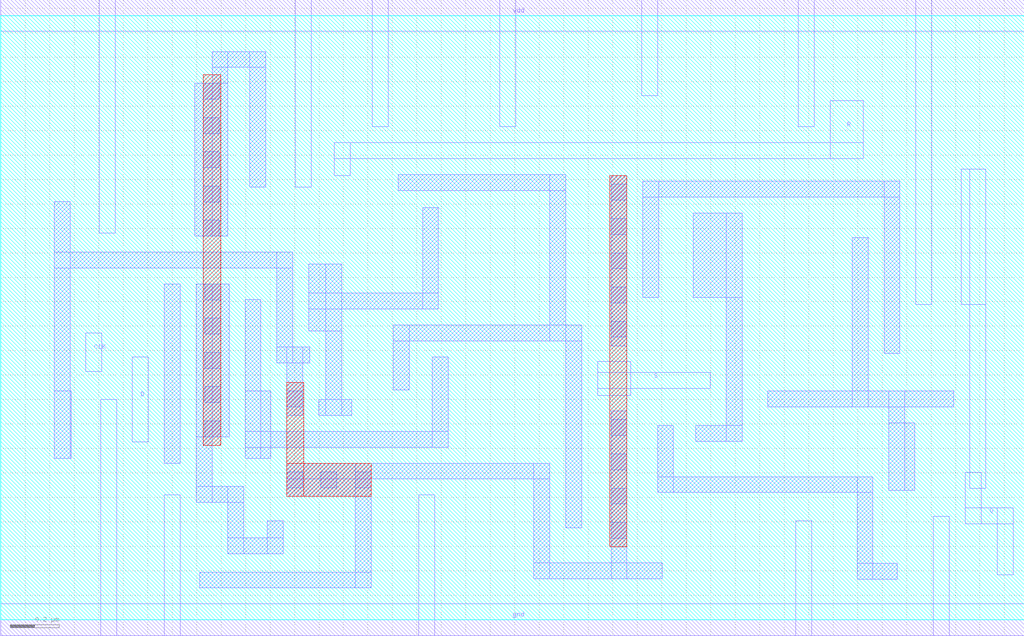
<source format=lef>
VERSION 5.5 ;
NAMESCASESENSITIVE ON ;
BUSBITCHARS "[]" ;
DIVIDERCHAR "/" ;
UNITS
  DATABASE MICRONS 2000 ;
END UNITS
PROPERTYDEFINITIONS
  LAYER contactResistance REAL ;
  LIBRARY LEF58_METALWIDTHVIAMAP STRING
    "METALWIDTHVIAMAP VIA via1 0.5 0.8 M2_M1_via ;" ;
  LIBRARY LEF58_CELLEDGESPACINGTABLE STRING
    "CELLEDGESPACINGTABLE
      EDGETYPE GROUP1 GROUP2 EXCEPTABUTTED 0.1
      EDGETYPE GROUP1 GROUP1 OPTIONAL 0.2
      EDGETYPE GROUP2 DEFAULT EXACT 0.3
      EDGETYPE GROUP2 GROUP2 0.4 ;" ;

  LAYER LEF58_PITCH STRING ;
  LAYER LEF58_MINWIDTH STRING ;
  LAYER LEF57_ANTENNAGATEPLUSDIFF STRING ;
  LAYER LEF58_VOLTAGESPACING STRING ;
END PROPERTYDEFINITIONS


MANUFACTURINGGRID 0.0025 ;
LAYER poly
  TYPE MASTERSLICE ;
  PROPERTY LEF58_TYPE "TYPE NWELL ;" ;
END poly

LAYER contact
  TYPE CUT ;
  SPACING 0.075 ;
  PROPERTY contactResistance 10.5 ;
  PROPERTY LEF58_TYPE "TYPE HIGHR ;" ;
END contact

LAYER metal1
  TYPE ROUTING ;
  DIRECTION HORIZONTAL ;
  PITCH 0.19 ;
  WIDTH 0.065 ;
  SPACING 0.065 ;
  RESISTANCE RPERSQ 0.38 ;
  PROPERTY LEF58_SPACING "SPACING 1.3 ENDOFLINE 1.5 WITHIN 1.9 SAMEMASK EXCEPTEXACTWIDTH 0.5 0.3 PARALLELEDGE 0.2 WITHIN 9.1 PRL 81 MINLENGTH -0.1 TWOEDGES" ;
  PROPERTY LEF58_SPACING "SPACING 0.12 WRONGDIRECTION NONEOL 0.15 PRL -0.05 LENGTH 0.2 ; " ;
  PROPERTY LEF58_SPACING "SPACING 0.06 SAMEMASK ; " ;
  PROPERTY LEF58_MINSTEP "MINSTEP 0.6 MAXEDGES 1 MINADJACENTLENGTH 1.0 CONVEXCORNER ;
                          MINSTEP 0.6 MINADJACENTLENGTH 1.0 0.15 ;
                          MINSTEP 0.6 MINBETWEENLENGTH 0.13 EXCEPTSAMECORNERS ;
                          MINSTEP 0.6 NOBETWEENEOL 0.5 ; " ;
  PROPERTY LEF58_CORNERSPACING
    "CORNERSPACING CONVEXCORNER CORNERTOCORNER EXCEPTEOL 0.090
      WIDTH 0.000 SPACING 0.110 ;" ;
  PROPERTY LEF58_SPACINGTABLE
    "SPACINGTABLE
      PARALLELRUNLENGTH WRONGDIRECTION
      EXCEPTEOL 0.090
                                                  0.00      0.07
         WIDTH 0.0                                0.05      0.05
         WIDTH 0.1   EXCEPTWITHIN 0.0 0.05        0.05      0.08 ;" ;
  PROPERTY LEF58_RIGHTWAYONGRIDONLY "RIGHTWAYONGRIDONLY CHECKMASK; " ;
  PROPERTY LEF58_RECTONLY "RECTONLY EXCEPTNONCOREPINS ; " ;
  PROPERTY LEF58_TYPE "TYPE MIMCAP ;" ;
  PROPERTY LEF58_EOLKEEPOUT "
    EOLKEEPOUT 0.2 EXTENSION 0.03 0.05 0.1 
    EXCEPTWITHIN -0.01 0.05
    CLASS EOL_WIDE ; 
  " ;
  PROPERTY LEF58_EOLEXTENSIONSPACING
    "EOLEXTENSIONSPACING 0.1 PARALLELONLY ENDOFLINE 0.11 EXTENSION 0.14 ;" ;
  PROPERTY LEF58_WIDTHTABLE
    "WIDTHTABLE 0.1 0.2 0.3 0.4 0.5 ORTHOGONAL ; " ;
  PROPERTY LEF58_MINIMUMCUT
    "MINIMUMCUT 2 WIDTH 0.09 WITHIN 0.05 FROMABOVE AREA 2.0 ; " ;
  PROPERTY LEF58_VOLTAGESPACING "
    VOLTAGESPACING
    1.2     0.065
    1.8     0.065
    2.5     0.065
    3.3     0.130
    5.0     0.260 ; " ;
END metal1

LAYER via1
  TYPE CUT ;
  SPACING 0.075 ;
  PROPERTY contactResistance 5.69 ;
  PROPERTY LEF58_CUTCLASS 
  "CUTCLASS VA WIDTH 0.15 ; 
   CUTCLASS cls1 WIDTH 0.15 ; 
   CUTCLASS cls2 WIDTH 0.15 ; 
   CUTCLASS cls3 WIDTH 0.15 ; 
   CUTCLASS cls4 WIDTH 0.15 ; 
  " ;
  PROPERTY LEF58_SPACING
  "SPACING 0.12 MAXXY ;
   SPACING 0.3 SAMEMETAL LAYER metal1 STACK ;
   SPACING 0.2 CENTERTOCENTER ADJACENTCUTS 3 TWOCUTS 1 WITHIN 0.15 CUTCLASS VA ;" ;
  PROPERTY LEF58_ENCLOSURE
    "ENCLOSURE CUTCLASS cls1 ABOVE 0.05 0.05
        WIDTH 0.2 INCLUDEABUTTED ; " ;
  PROPERTY LEF58_SPACINGTABLE
  "SPACINGTABLE ORTHOGONAL 
    WITHIN 0.2 SPACING 0.15
    WITHIN 0.3 SPACING 0.25 ;
  SPACINGTABLE DEFAULT 0.12 
    SAMEMASK
    SAMENET
    LAYER metal1 NOSTACK 
      PRLFORALIGNEDCUT cls1 TO cls2 cls3 TO cls4 
    PRL 0.14 MAXXY cls1 TO cls2 0.3
    CUTCLASS   cls1 SIDE  cls1 END   cls2
    cls3        0.1 0.2    0.3 -    0.4 0.5 
    cls4        0.6 -      0.7 -    0.8 0.9 ; " ;
  PROPERTY LEF58_ARRAYSPACING
  "ARRAYSPACING CUTCLASS VA PARALLELOVERLAP WIDTH 1.0 CUTSPACING 0.10
    ARRAYCUTS 3 SPACING 0.30 ; " ;
  PROPERTY LEF58_KEEPOUTZONE
  "KEEPOUTZONE CUTCLASS cls1 TO cls2 EXCEPTEXACTALIGNED SIDE 0.0 ENDEXTENSION 1.0 2.0 SIDEEXTENSION 0.1 0.2 SPIRALEXTENSION 0.05 ; " ;
  PROPERTY LEF58_MAXSPACING
  "MAXSPACING 2 CUTCLASS VA ; " ;

  ANTENNAMODEL OXIDE1 ;
  PROPERTY LEF57_ANTENNAGATEPLUSDIFF "ANTENNAGATEPLUSDIFF 2.0 ;" ;
END via1

LAYER via1R1
  TYPE CUT ;
  PROPERTY LEF58_REGION "REGION R1 BASEDLAYER via1 ; " ;
END via1R1

LAYER metal2
  TYPE ROUTING ;
  DIRECTION VERTICAL ;
  PITCH 0.19 ;
  WIDTH 0.07 ;
  SPACING 0.075 ;
  RESISTANCE RPERSQ 0.25 ;
  PROPERTY LEF58_TYPE "TYPE TSVMETAL ;" ;
  PROPERTY LEF57_MINSTEP "MINSTEP 0.6 MAXEDGES 1 MINADJACENTLENGTH 1.0 CONVEXCORNER ;
                          MINSTEP 0.6 MINADJACENTLENGTH 1.0 0.15 ;
                          MINSTEP 0.6 MINBETWEENLENGTH 0.13 EXCEPTSAMECORNERS ;
                          MINSTEP 0.6 NOBETWEENEOL 0.5 ; " ;
  PROPERTY LEF58_AREA
    "AREA 0.044000 MASK 2 ;
     AREA 0.34000 RECTWIDTH 0.12 ;
     AREA 1.01000 EXCEPTMINWIDTH 0.090000 EXCEPTEDGELENGTH 0.8 EXCEPTMINSIZE 0.1 0.3 EXCEPTSTEP 0.01 0.02 ;
     AREA 0.10100 LAYER metal1 OVERLAP 1 ;
     AREA 2.34 EXCEPTRECTANGLE ;
     AREA 0.78000 EXCEPTEDGELENGTH 0.3 0.7  ;" ;
  PROPERTY LEF58_PITCH "
    PITCH 0.36 FIRSTLASTPITCH 0.45 ;" ;
  PROPERTY LEF58_FORBIDDENSPACING "
    FORBIDDENSPACING 0.05 0.2 WIDTH 0.05 WITHIN 0.15 PRL 0.015 TWOEDGES 0.06 ; " ;
  PROPERTY LEF58_TWOWIRESFORBIDDENSPACING "
    TWOWIRESFORBIDDENSPACING 0.16 0.20 MINSPANLENGTH 0.05 EXACTSPANLENGTH MAXSPANLENGTH 0.08 EXACTSPANLENGTH PRL 0 ; 
    TWOWIRESFORBIDDENSPACING 0.16 0.20 MINSPANLENGTH 0.05 MAXSPANLENGTH 0.08 PRL -0.5 ; " ;

  PROPERTY LEF58_MINSTEP "
    MINSTEP 0.1 MAXEDGES 1 MINADJACENTLENGTH 0.1 CONCAVECORNER ;
    MINSTEP 0.1 MAXEDGES 1 MINADJACENTLENGTH 0.1 CONVEXCORNER ;
    MINSTEP 0.1 MAXEDGES 1 EXCEPTRECTANGLE NOADJACENTEOL 0.2 MINADJACENTLENGTH 0.3 ;
 " ;

  PROPERTY LEF57_ANTENNAGATEPLUSDIFF "ANTENNAGATEPLUSDIFF 4.0 ;" ;
  PROPERTY LEF58_VOLTAGESPACING "
    VOLTAGESPACING
    1.2     0.075
    1.8     0.075
    2.5     0.075
    3.3     0.150
    5.0     0.150 ; " ;
  PROPERTY LEF58_VOLTAGESPACING "
    VOLTAGESPACING TOCUT
    1.2     0.075
    3.3     0.150
    5.0     0.300 ; " ;
END metal2

LAYER via2
  TYPE CUT ;
  SPACING 0.085 ;
  PROPERTY contactResistance 11.39 ;
  PROPERTY LEF57_SPACING
  "SPACING 0.12 MAXXY ;
   SPACING 0.3 SAMEMETAL LAYER metal2 STACK ;
   SPACING 0.2 CENTERTOCENTER ADJACENTCUTS 3 TWOCUTS 1 WITHIN 0.15 CUTCLASS VA ;" ;
END via2

LAYER metal3
  TYPE ROUTING ;
  DIRECTION HORIZONTAL ;
  PITCH 0.19 ;
  WIDTH 0.07 ;
  SPACING 0.07 ;
  RESISTANCE RPERSQ 0.25 ;
  PROPERTY LEF58_FORBIDDENSPACING "
    FORBIDDENSPACING 0.1 0.3 WIDTH 0.5 PRL 0.02 TWOEDGES 0.12 ; " ;
  PROPERTY LEF58_VOLTAGESPACING "
    VOLTAGESPACING TOCUT BELOW
    1.2     0.070
    1.8     0.070
    2.5     0.070
    3.3     0.140
    5.0     0.210 ; " ;
END metal3

LAYER via3
  TYPE CUT ;
  SPACING 0.085 ;
  PROPERTY contactResistance 16.73 ;
END via3

LAYER metal4
  TYPE ROUTING ;
  DIRECTION VERTICAL ;
  PITCH 0.285 ;
  WIDTH 0.14 ;
  SPACING 0.14 ;
  RESISTANCE RPERSQ 0.25 ;

  PROPERTY LEF58_MINWIDTH "
    MINWIDTH 0.140 ; " ;

  PROPERTY LEF58_MINWIDTH "
    MINWIDTH 0.280 WRONGDIRECTION ; " ;
END metal4

LAYER via4
  TYPE CUT ;
  SPACING 0.16 ;
  PROPERTY contactResistance 21.44 ;
END via4

LAYER metal5
  TYPE ROUTING ;
  DIRECTION HORIZONTAL ;
  PITCH 0.285 ;
  WIDTH 0.14 ;
  SPACING 0.14 ;
  RESISTANCE RPERSQ 0.25 ;

  MINWIDTH 0.140 ;

  PROPERTY LEF58_MINWIDTH "
    MINWIDTH 0.280 WRONGDIRECTION ; " ;
END metal5

LAYER via5
  TYPE CUT ;
  SPACING 0.16 ;
  PROPERTY contactResistance 24.08 ;
END via5

LAYER metal6
  TYPE ROUTING ;
  DIRECTION VERTICAL ;
  PITCH 0.285 ;
  WIDTH 0.14 ;
  SPACING 0.14 ;
  RESISTANCE RPERSQ 0.25 ;
END metal6

LAYER via6
  TYPE CUT ;
  SPACING 0.16 ;
  PROPERTY contactResistance 11.39 ;
END via6

LAYER metal7
  TYPE ROUTING ;
  DIRECTION HORIZONTAL ;
  PITCH 0.855 ;
  WIDTH 0.4 ;
  SPACING 0.4 ;
  RESISTANCE RPERSQ 0.25 ;
END metal7

LAYER via7
  TYPE CUT ;
  SPACING 0.44 ;
  PROPERTY contactResistance 5.69 ;
END via7

LAYER metal8
  TYPE ROUTING ;
  DIRECTION VERTICAL ;
  PITCH 0.855 ;
  WIDTH 0.4 ;
  SPACING 0.4 ;
  RESISTANCE RPERSQ 0.25 ;
END metal8

LAYER via8
  TYPE CUT ;
  SPACING 0.44 ;
  PROPERTY contactResistance 16.73 ;
END via8

LAYER metal9
  TYPE ROUTING ;
  DIRECTION HORIZONTAL ;
  PITCH 1.71 ;
  WIDTH 0.8 ;
  SPACING 0.8 ;
  RESISTANCE RPERSQ 0.21 ;
END metal9

LAYER via9
  TYPE CUT ;
  SPACING 0.88 ;
  PROPERTY contactResistance 21.44 ;
END via9

LAYER metal10
  TYPE ROUTING ;
  DIRECTION VERTICAL ;
  PITCH 1.71 ;
  WIDTH 0.8 ;
  SPACING 0.8 ;
  RESISTANCE RPERSQ 0.21 ;
END metal10

LAYER OVERLAP
  TYPE OVERLAP ;
END OVERLAP

VIA M2_M1_via DEFAULT
  LAYER metal1 ;
    RECT -0.0675 -0.0325 0.0675 0.0325 ;
  LAYER via1 ;
    RECT -0.0325 -0.0325 0.0325 0.0325 ;
  LAYER metal2 ;
    RECT -0.035 -0.0675 0.035 0.0675 ;
END M2_M1_via

VIA M3_M2_via DEFAULT
  LAYER metal2 ;
    RECT -0.035 -0.07 0.035 0.07 ;
  LAYER via2 ;
    RECT -0.035 -0.035 0.035 0.035 ;
  LAYER metal3 ;
    RECT -0.07 -0.035 0.07 0.035 ;
END M3_M2_via

VIA M4_M3_via DEFAULT
  LAYER metal3 ;
    RECT -0.07 -0.035 0.07 0.035 ;
  LAYER via3 ;
    RECT -0.035 -0.035 0.035 0.035 ;
  LAYER metal4 ;
    RECT -0.07 -0.07 0.07 0.07 ;
END M4_M3_via

VIA M5_M4_via DEFAULT
  LAYER metal4 ;
    RECT -0.07 -0.07 0.07 0.07 ;
  LAYER via4 ;
    RECT -0.07 -0.07 0.07 0.07 ;
  LAYER metal5 ;
    RECT -0.07 -0.07 0.07 0.07 ;
END M5_M4_via

VIA M6_M5_via DEFAULT
  LAYER metal5 ;
    RECT -0.07 -0.07 0.07 0.07 ;
  LAYER via5 ;
    RECT -0.07 -0.07 0.07 0.07 ;
  LAYER metal6 ;
    RECT -0.07 -0.07 0.07 0.07 ;
END M6_M5_via

VIA M7_M6_via DEFAULT
  LAYER metal6 ;
    RECT -0.07 -0.07 0.07 0.07 ;
  LAYER via6 ;
    RECT -0.07 -0.07 0.07 0.07 ;
  LAYER metal7 ;
    RECT -0.2 -0.2 0.2 0.2 ;
END M7_M6_via

VIA M8_M7_via DEFAULT
  LAYER metal7 ;
    RECT -0.2 -0.2 0.2 0.2 ;
  LAYER via7 ;
    RECT -0.2 -0.2 0.2 0.2 ;
  LAYER metal8 ;
    RECT -0.2 -0.2 0.2 0.2 ;
END M8_M7_via

VIA M9_M8_via DEFAULT
  LAYER metal8 ;
    RECT -0.2 -0.2 0.2 0.2 ;
  LAYER via8 ;
    RECT -0.2 -0.2 0.2 0.2 ;
  LAYER metal9 ;
    RECT -0.4 -0.4 0.4 0.4 ;
END M9_M8_via

VIA M10_M9_via DEFAULT
  LAYER metal9 ;
    RECT -0.4 -0.4 0.4 0.4 ;
  LAYER via9 ;
    RECT -0.4 -0.4 0.4 0.4 ;
  LAYER metal10 ;
    RECT -0.4 -0.4 0.4 0.4 ;
END M10_M9_via

VIA M2_M1_viaB DEFAULT
  LAYER metal1 ;
    RECT -0.0675 -0.0325 0.0675 0.0325 ;
  LAYER via1 ;
    RECT -0.0325 -0.0325 0.0325 0.0325 ;
  LAYER metal2 ;
    RECT -0.0675 -0.035 0.0675 0.035 ;
END M2_M1_viaB

VIA M2_M1_viaC DEFAULT
  LAYER metal1 ;
    RECT -0.0325 -0.0675 0.0325 0.0675 ;
  LAYER via1 ;
    RECT -0.0325 -0.0325 0.0325 0.0325 ;
  LAYER metal2 ;
    RECT -0.035 -0.0675 0.035 0.0675 ;
END M2_M1_viaC

VIA M3_M2_viaB DEFAULT
  LAYER metal2 ;
    RECT -0.035 -0.07 0.035 0.07 ;
  LAYER via2 ;
    RECT -0.035 -0.035 0.035 0.035 ;
  LAYER metal3 ;
    RECT -0.035 -0.07 0.035 0.07 ;
END M3_M2_viaB

VIA M3_M2_viaC DEFAULT
  LAYER metal2 ;
    RECT -0.07 -0.035 0.07 0.035 ;
  LAYER via2 ;
    RECT -0.035 -0.035 0.035 0.035 ;
  LAYER metal3 ;
    RECT -0.07 -0.035 0.07 0.035 ;
END M3_M2_viaC

VIA M4_M3_viaB DEFAULT
  LAYER metal3 ;
    RECT -0.035 -0.07 0.035 0.07 ;
  LAYER via3 ;
    RECT -0.035 -0.035 0.035 0.035 ;
  LAYER metal4 ;
    RECT -0.07 -0.07 0.07 0.07 ;
END M4_M3_viaB

VIARULE M2_M1 GENERATE
  LAYER metal1 ;
    ENCLOSURE 0 0.035 ;
  LAYER metal2 ;
    ENCLOSURE 0 0.035 ;
  LAYER via1 ;
    RECT -0.0325 -0.0325 0.0325 0.0325 ;
    SPACING 0.14 BY 0.14 ;
END M2_M1

VIARULE M3_M2 GENERATE
  LAYER metal2 ;
    ENCLOSURE 0 0.035 ;
  LAYER metal3 ;
    ENCLOSURE 0 0.035 ;
  LAYER via2 ;
    RECT -0.035 -0.035 0.035 0.035 ;
    SPACING 0.155 BY 0.155 ;
END M3_M2

VIARULE M4_M3 GENERATE
  LAYER metal3 ;
    ENCLOSURE 0 0.035 ;
  LAYER metal4 ;
    ENCLOSURE 0 0 ;
  LAYER via3 ;
    RECT -0.035 -0.035 0.035 0.035 ;
    SPACING 0.155 BY 0.155 ;
END M4_M3

VIARULE M5_M4 GENERATE
  LAYER metal4 ;
    ENCLOSURE 0 0 ;
  LAYER metal5 ;
    ENCLOSURE 0 0 ;
  LAYER via4 ;
    RECT -0.07 -0.07 0.07 0.07 ;
    SPACING 0.3 BY 0.3 ;
END M5_M4

VIARULE M6_M5 GENERATE
  LAYER metal5 ;
    ENCLOSURE 0 0 ;
  LAYER metal6 ;
    ENCLOSURE 0 0 ;
  LAYER via5 ;
    RECT -0.07 -0.07 0.07 0.07 ;
    SPACING 0.3 BY 0.3 ;
END M6_M5

VIARULE M7_M6 GENERATE
  LAYER metal6 ;
    ENCLOSURE 0 0 ;
  LAYER metal7 ;
    ENCLOSURE 0.13 0.13 ;
  LAYER via6 ;
    RECT -0.07 -0.07 0.07 0.07 ;
    SPACING 0.3 BY 0.3 ;
END M7_M6

VIARULE M8_M7 GENERATE
  LAYER metal7 ;
    ENCLOSURE 0 0 ;
  LAYER metal8 ;
    ENCLOSURE 0 0 ;
  LAYER via7 ;
    RECT -0.2 -0.2 0.2 0.2 ;
    SPACING 0.84 BY 0.84 ;
END M8_M7

VIARULE M9_M8 GENERATE
  LAYER metal8 ;
    ENCLOSURE 0 0 ;
  LAYER metal9 ;
    ENCLOSURE 0.2 0.2 ;
  LAYER via8 ;
    RECT -0.2 -0.2 0.2 0.2 ;
    SPACING 0.84 BY 0.84 ;
END M9_M8

VIARULE M10_M9 GENERATE
  LAYER metal9 ;
    ENCLOSURE 0 0 ;
  LAYER metal10 ;
    ENCLOSURE 0 0 ;
  LAYER via9 ;
    RECT -0.4 -0.4 0.4 0.4 ;
    SPACING 1.68 BY 1.68 ;
END M10_M9

VIARULE M1_POLY GENERATE
  LAYER poly ;
    ENCLOSURE 0 0 ;
  LAYER metal1 ;
    ENCLOSURE 0 0.035 ;
  LAYER contact ;
    RECT -0.0325 -0.0325 0.0325 0.0325 ;
    SPACING 0.14 BY 0.14 ;
END M1_POLY

SPACING
  SAMENET metal1 metal1 0.065 ;
  SAMENET metal2 metal2 0.07 ;
  SAMENET metal6 metal6 0.14 ;
  SAMENET metal5 metal5 0.14 ;
  SAMENET metal4 metal4 0.14 ;
  SAMENET metal3 metal3 0.07 ;
  SAMENET metal7 metal7 0.4 ;
  SAMENET metal8 metal8 0.4 ;
  SAMENET metal9 metal9 0.8 ;
  SAMENET metal10 metal10 0.8 ;
END SPACING

SITE CoreSite
  CLASS CORE ;
  SIZE 0.38 BY 2.47 ;
END CoreSite

MACRO AND2X1
  CLASS CORE ;
  ORIGIN 0 0 ;
  FOREIGN AND2X1 0 0 ;
  SIZE 1.14 BY 2.47 ;
  SYMMETRY X Y ;
  SITE CoreSite ;
  PIN A
    DIRECTION INPUT ;
    USE SIGNAL ;
    PORT
      LAYER metal1 ;
        RECT 0.1475 1.2275 0.2825 1.3625 ;
    END
  END A
  PIN B
    DIRECTION INPUT ;
    USE SIGNAL ;
    PORT
      LAYER metal1 ;
        RECT 0.3475 1.2275 0.4825 1.3625 ;
    END
  END B
  PIN Y
    DIRECTION OUTPUT ;
    USE SIGNAL ;
    PORT
      LAYER metal1 ;
        RECT 0.9175 0.87 0.9825 2.1075 ;
    END
  END Y
  PIN gnd
    DIRECTION INOUT ;
    USE GROUND ;
    SHAPE ABUTMENT ;
    PORT
      LAYER metal1 ;
        RECT 0.7075 -0.065 0.7725 1.11 ;
        RECT 0 -0.065 1.14 0.065 ;
    END
  END gnd
  PIN vdd
    DIRECTION INOUT ;
    USE POWER ;
    SHAPE ABUTMENT ;
    PORT
      LAYER metal1 ;
        RECT 0.1425 1.5575 0.2075 2.535 ;
        RECT 0.6225 1.5575 0.6875 2.535 ;
        RECT 0 2.405 1.14 2.535 ;
    END
  END vdd
  OBS
    LAYER metal1 ;
      RECT 0.1425 0.59 0.2075 1.145 ;
      RECT 0.1425 1.08 0.6425 1.145 ;
      RECT 0.5775 1.08 0.6425 1.4925 ;
      RECT 0.4375 1.4275 0.7775 1.4925 ;
      RECT 0.4375 1.4275 0.5025 2.1075 ;
  END
END AND2X1

MACRO AND2X2
  CLASS CORE ;
  ORIGIN 0 0 ;
  FOREIGN AND2X2 0 0 ;
  SIZE 0.95 BY 2.47 ;
  SYMMETRY X Y ;
  SITE CoreSite ;
  PIN A
    DIRECTION INPUT ;
    USE SIGNAL ;
    PORT
      LAYER metal1 ;
        RECT 0.1475 0.8475 0.2225 0.9825 ;
    END
  END A
  PIN B
    DIRECTION INPUT ;
    USE SIGNAL ;
    PORT
      LAYER metal1 ;
        RECT 0.4175 0.9175 0.6025 1.0525 ;
    END
  END B
  PIN Y
    DIRECTION OUTPUT ;
    USE SIGNAL ;
    PORT
      LAYER metal1 ;
        RECT 0.7275 0.1725 0.7925 2.235 ;
        RECT 0.7275 1.1075 0.8025 2.235 ;
    END
  END Y
  PIN gnd
    DIRECTION INOUT ;
    USE GROUND ;
    SHAPE ABUTMENT ;
    PORT
      LAYER metal1 ;
        RECT 0.4425 -0.065 0.5075 0.7225 ;
        RECT 0 -0.065 0.95 0.065 ;
    END
  END gnd
  PIN vdd
    DIRECTION INOUT ;
    USE POWER ;
    SHAPE ABUTMENT ;
    PORT
      LAYER metal1 ;
        RECT 0.0675 1.265 0.1325 2.535 ;
        RECT 0.4425 1.265 0.5075 2.535 ;
        RECT 0 2.405 0.95 2.535 ;
    END
  END vdd
  OBS
    LAYER metal1 ;
      RECT 0.0325 0.2075 0.1675 0.6925 ;
      RECT 0.0325 0.6275 0.3525 0.6925 ;
      RECT 0.2875 0.7875 0.5975 0.8525 ;
      RECT 0.2875 0.6275 0.3525 1.78 ;
      RECT 0.2175 1.295 0.3525 1.78 ;
  END
END AND2X2

MACRO AOI21X1
  CLASS CORE ;
  ORIGIN 0 0 ;
  FOREIGN AOI21X1 0 0 ;
  SIZE 0.95 BY 2.47 ;
  SYMMETRY X Y ;
  SITE CoreSite ;
  PIN A
    DIRECTION INPUT ;
    USE SIGNAL ;
    PORT
      LAYER metal1 ;
        RECT 0.1575 0.8475 0.2825 0.9825 ;
    END
  END A
  PIN B
    DIRECTION INPUT ;
    USE SIGNAL ;
    PORT
      LAYER metal1 ;
        RECT 0.3475 0.7275 0.4475 0.8625 ;
    END
  END B
  PIN C
    DIRECTION INPUT ;
    USE SIGNAL ;
    PORT
      LAYER metal1 ;
        RECT 0.6675 0.8475 0.7925 0.9825 ;
    END
  END C
  PIN Y
    DIRECTION OUTPUT ;
    USE SIGNAL ;
    PORT
      LAYER metal1 ;
        RECT 0.5125 0.1475 0.5775 0.9825 ;
        RECT 0.5375 0.9175 0.6025 1.15 ;
        RECT 0.5375 1.085 0.7675 1.15 ;
        RECT 0.7025 1.085 0.7675 2.235 ;
    END
  END Y
  PIN gnd
    DIRECTION INOUT ;
    USE GROUND ;
    SHAPE ABUTMENT ;
    PORT
      LAYER metal1 ;
        RECT 0.1375 -0.065 0.2025 0.7025 ;
        RECT 0.7525 -0.065 0.8175 0.6725 ;
        RECT 0 -0.065 0.95 0.065 ;
    END
  END gnd
  PIN vdd
    DIRECTION INOUT ;
    USE POWER ;
    SHAPE ABUTMENT ;
    PORT
      LAYER metal1 ;
        RECT 0.3225 1.345 0.3875 2.535 ;
        RECT 0 2.405 0.95 2.535 ;
    END
  END vdd
  OBS
    LAYER metal1 ;
      RECT 0.1375 1.215 0.5775 1.28 ;
      RECT 0.1375 1.215 0.2025 2.235 ;
      RECT 0.5125 1.215 0.5775 2.235 ;
  END
END AOI21X1

MACRO AOI22X1
  CLASS CORE ;
  ORIGIN 0 0 ;
  FOREIGN AOI22X1 0 0 ;
  SIZE 1.14 BY 2.47 ;
  SYMMETRY X Y ;
  SITE CoreSite ;
  PIN A
    DIRECTION INPUT ;
    USE SIGNAL ;
    PORT
      LAYER metal1 ;
        RECT 0.8575 0.7675 0.9825 0.9825 ;
    END
  END A
  PIN B
    DIRECTION INPUT ;
    USE SIGNAL ;
    PORT
      LAYER metal1 ;
        RECT 0.6675 0.7675 0.7925 0.9825 ;
    END
  END B
  PIN C
    DIRECTION INPUT ;
    USE SIGNAL ;
    PORT
      LAYER metal1 ;
        RECT 0.0325 0.7675 0.2225 0.9825 ;
    END
  END C
  PIN D
    DIRECTION INPUT ;
    USE SIGNAL ;
    PORT
      LAYER metal1 ;
        RECT 0.4775 0.7675 0.6025 0.9825 ;
    END
  END D
  PIN Y
    DIRECTION OUTPUT ;
    USE SIGNAL ;
    PORT
      LAYER metal1 ;
        RECT 0.3475 0.13 0.4125 2.0675 ;
        RECT 0.3475 0.13 0.6 0.195 ;
        RECT 0.535 0.13 0.6 0.7025 ;
    END
  END Y
  PIN gnd
    DIRECTION INOUT ;
    USE GROUND ;
    SHAPE ABUTMENT ;
    PORT
      LAYER metal1 ;
        RECT 0.16 -0.065 0.225 0.7025 ;
        RECT 0.915 -0.065 0.98 0.7025 ;
        RECT 0 -0.065 1.14 0.065 ;
    END
  END gnd
  PIN vdd
    DIRECTION INOUT ;
    USE POWER ;
    SHAPE ABUTMENT ;
    PORT
      LAYER metal1 ;
        RECT 0.725 1.1775 0.79 2.535 ;
        RECT 0 2.405 1.14 2.535 ;
    END
  END vdd
  OBS
    LAYER metal1 ;
      RECT 0.535 1.0475 0.98 1.1125 ;
      RECT 0.915 1.0475 0.98 2.0675 ;
      RECT 0.16 1.0475 0.225 2.1975 ;
      RECT 0.535 1.0475 0.6 2.1975 ;
      RECT 0.16 2.1325 0.6 2.1975 ;
  END
END AOI22X1

MACRO BUFX2
  CLASS CORE ;
  ORIGIN 0 0 ;
  FOREIGN BUFX2 0 0 ;
  SIZE 0.76 BY 2.47 ;
  SYMMETRY X Y ;
  SITE CoreSite ;
  PIN A
    DIRECTION INPUT ;
    USE SIGNAL ;
    PORT
      LAYER metal1 ;
        RECT 0.53 0.8975 0.645 1.0325 ;
    END
  END A
  PIN Y
    DIRECTION OUTPUT ;
    USE SIGNAL ;
    PORT
      LAYER metal1 ;
        RECT 0.0325 0.13 0.0975 2.235 ;
        RECT 0.0325 0.13 0.225 0.7025 ;
        RECT 0.0325 0.7675 0.225 2.235 ;
    END
  END Y
  PIN gnd
    DIRECTION INOUT ;
    USE GROUND ;
    SHAPE ABUTMENT ;
    PORT
      LAYER metal1 ;
        RECT 0.345 -0.065 0.41 0.7025 ;
        RECT 0 -0.065 0.76 0.065 ;
    END
  END gnd
  PIN vdd
    DIRECTION INOUT ;
    USE POWER ;
    SHAPE ABUTMENT ;
    PORT
      LAYER metal1 ;
        RECT 0.345 1.2275 0.41 2.535 ;
        RECT 0 2.405 0.76 2.535 ;
    END
  END vdd
  OBS
    LAYER metal1 ;
      RECT 0.53 0.13 0.705 0.8325 ;
      RECT 0.29 0.7675 0.705 0.8325 ;
      RECT 0.29 0.7675 0.465 0.9025 ;
      RECT 0.29 0.7675 0.355 1.1625 ;
      RECT 0.29 1.0975 0.705 1.1625 ;
      RECT 0.53 1.0975 0.705 1.815 ;
  END
END BUFX2

MACRO BUFX4
  CLASS CORE ;
  ORIGIN 0 0 ;
  FOREIGN BUFX4 0 0 ;
  SIZE 1.14 BY 2.47 ;
  SYMMETRY X Y ;
  SITE CoreSite ;
  PIN A
    DIRECTION INPUT ;
    USE SIGNAL ;
    PORT
      LAYER metal1 ;
        RECT 0.85 1.0825 0.99 1.2175 ;
    END
  END A
  PIN Y
    DIRECTION OUTPUT ;
    USE SIGNAL ;
    PORT
      LAYER metal1 ;
        RECT 0.215 0.4875 0.28 1.3325 ;
        RECT 0.215 0.4875 0.41 0.5525 ;
        RECT 0.215 1.2675 0.46 1.3325 ;
        RECT 0.345 0.4875 0.41 1.0425 ;
        RECT 0.215 1.1075 0.4125 1.1725 ;
        RECT 0.395 1.2675 0.46 2.2425 ;
    END
  END Y
  PIN gnd
    DIRECTION INOUT ;
    USE GROUND ;
    SHAPE ABUTMENT ;
    PORT
      LAYER metal1 ;
        RECT 0.0575 -0.065 0.1225 1.0375 ;
        RECT 0.585 -0.065 0.65 0.9275 ;
        RECT 1.03 -0.065 1.095 0.9275 ;
        RECT 0 -0.065 1.14 0.065 ;
    END
  END gnd
  PIN vdd
    DIRECTION INOUT ;
    USE POWER ;
    SHAPE ABUTMENT ;
    PORT
      LAYER metal1 ;
        RECT 0.0475 1.1025 0.1125 2.535 ;
        RECT 0.585 1.2675 0.65 2.535 ;
        RECT 1.03 1.2825 1.095 2.535 ;
        RECT 0 2.405 1.14 2.535 ;
    END
  END vdd
  OBS
    LAYER metal1 ;
      RECT 0.715 0.3225 0.91 0.3875 ;
      RECT 0.845 0.3225 0.91 1.0175 ;
      RECT 0.4775 1.0675 0.78 1.1325 ;
      RECT 0.4775 1.0675 0.5425 1.2025 ;
      RECT 0.715 0.3225 0.78 1.3475 ;
      RECT 0.715 1.2825 0.91 1.3475 ;
      RECT 0.845 1.2825 0.91 1.6975 ;
  END
END BUFX4

MACRO CLKBUF1
  CLASS CORE ;
  ORIGIN 0 0 ;
  FOREIGN CLKBUF1 0 0 ;
  SIZE 2.09 BY 2.47 ;
  SYMMETRY X Y ;
  SITE CoreSite ;
  PIN A
    DIRECTION INPUT ;
    USE SIGNAL ;
    PORT
      LAYER metal1 ;
        RECT 1.665 0.9175 1.7425 1.0525 ;
    END
  END A
  PIN Y
    DIRECTION OUTPUT ;
    USE SIGNAL ;
    PORT
      LAYER metal1 ;
        RECT 0.1575 0.9175 0.24 0.9825 ;
        RECT 0.175 0.6575 0.24 1.28 ;
        RECT 0.175 1.215 0.37 1.28 ;
        RECT 0.305 0.1675 0.37 0.7225 ;
        RECT 0.175 0.6575 0.37 0.7225 ;
        RECT 0.305 1.215 0.37 2.235 ;
    END
  END Y
  PIN gnd
    DIRECTION INOUT ;
    USE GROUND ;
    SHAPE ABUTMENT ;
    PORT
      LAYER metal1 ;
        RECT 0.045 -0.065 0.11 0.7225 ;
        RECT 0.565 -0.065 0.63 0.7225 ;
        RECT 1.045 -0.065 1.11 0.7225 ;
        RECT 1.53 -0.065 1.595 0.7225 ;
        RECT 1.905 -0.065 1.97 0.7225 ;
        RECT 0 -0.065 2.09 0.065 ;
    END
  END gnd
  PIN vdd
    DIRECTION INOUT ;
    USE POWER ;
    SHAPE ABUTMENT ;
    PORT
      LAYER metal1 ;
        RECT 0.12 1.345 0.185 2.535 ;
        RECT 0.54 1.345 0.605 2.535 ;
        RECT 1.045 1.345 1.11 2.535 ;
        RECT 1.525 1.345 1.59 2.535 ;
        RECT 1.905 1.345 1.97 2.535 ;
        RECT 0 2.405 2.09 2.535 ;
    END
  END vdd
  OBS
    LAYER metal1 ;
      RECT 0.435 0.7475 0.5 0.8825 ;
      RECT 0.75 0.1725 0.815 0.8825 ;
      RECT 0.435 0.8175 0.815 0.8825 ;
      RECT 0.62 0.8175 0.685 1.28 ;
      RECT 0.62 1.215 0.885 1.28 ;
      RECT 0.75 1.215 0.885 2.2 ;
      RECT 1.305 0.2075 1.44 0.6925 ;
      RECT 1.175 0.6275 1.44 0.6925 ;
      RECT 0.77 0.9475 1.24 1.0125 ;
      RECT 1.175 0.6275 1.24 1.325 ;
      RECT 1.175 1.26 1.4 1.325 ;
      RECT 1.335 1.26 1.4 2.235 ;
      RECT 1.4 0.7825 1.465 0.9175 ;
      RECT 1.535 0.7875 1.78 0.8525 ;
      RECT 1.715 0.1725 1.78 0.8525 ;
      RECT 1.4 0.8525 1.6 0.9175 ;
      RECT 1.535 0.7875 1.6 1.28 ;
      RECT 1.535 1.215 1.815 1.28 ;
      RECT 1.68 1.215 1.815 2.2 ;
  END
END CLKBUF1

MACRO CLKBUF2
  CLASS CORE ;
  ORIGIN 0 0 ;
  FOREIGN CLKBUF2 0 0 ;
  SIZE 2.85 BY 2.47 ;
  SYMMETRY X Y ;
  SITE CoreSite ;
  PIN A
    DIRECTION INPUT ;
    USE SIGNAL ;
    PORT
      LAYER metal1 ;
        RECT 0.1575 0.9175 0.35 1.0525 ;
    END
  END A
  PIN Y
    DIRECTION OUTPUT ;
    USE SIGNAL ;
    PORT
      LAYER metal1 ;
        RECT 2.48 0.1725 2.545 0.7275 ;
        RECT 2.48 0.6625 2.675 0.7275 ;
        RECT 2.55 1.215 2.615 2.235 ;
        RECT 2.61 0.6625 2.675 0.9825 ;
        RECT 2.61 0.9175 2.745 0.9825 ;
        RECT 2.68 0.9175 2.745 1.28 ;
        RECT 2.55 1.215 2.745 1.28 ;
    END
  END Y
  PIN gnd
    DIRECTION INOUT ;
    USE GROUND ;
    SHAPE ABUTMENT ;
    PORT
      LAYER metal1 ;
        RECT 0.045 -0.065 0.11 0.7225 ;
        RECT 0.42 -0.065 0.485 0.7225 ;
        RECT 0.8 -0.065 0.865 0.7225 ;
        RECT 1.305 -0.065 1.37 0.7225 ;
        RECT 1.785 -0.065 1.85 0.7225 ;
        RECT 2.29 -0.065 2.355 0.7225 ;
        RECT 2.74 -0.065 2.805 0.7225 ;
        RECT 0 -0.065 2.85 0.065 ;
    END
  END gnd
  PIN vdd
    DIRECTION INOUT ;
    USE POWER ;
    SHAPE ABUTMENT ;
    PORT
      LAYER metal1 ;
        RECT 0.045 1.345 0.11 2.535 ;
        RECT 0.42 1.345 0.485 2.535 ;
        RECT 0.8 1.345 0.865 2.535 ;
        RECT 1.305 1.345 1.37 2.535 ;
        RECT 1.785 1.345 1.85 2.535 ;
        RECT 2.29 1.345 2.355 2.535 ;
        RECT 2.735 1.345 2.8 2.535 ;
        RECT 0 2.405 2.85 2.535 ;
    END
  END vdd
  OBS
    LAYER metal1 ;
      RECT 0.235 0.1725 0.3 0.8525 ;
      RECT 0.235 0.7875 0.48 0.8525 ;
      RECT 0.415 0.9525 0.61 1.0175 ;
      RECT 0.545 0.9525 0.61 1.0875 ;
      RECT 0.415 0.7875 0.48 1.28 ;
      RECT 0.2 1.215 0.48 1.28 ;
      RECT 0.2 1.215 0.335 2.2 ;
      RECT 0.615 0.1725 0.68 0.8875 ;
      RECT 1.045 0.7525 1.11 0.8875 ;
      RECT 0.615 0.8225 1.11 0.8875 ;
      RECT 0.775 0.8225 0.84 1.28 ;
      RECT 0.575 1.215 0.84 1.28 ;
      RECT 0.575 1.215 0.71 2.2 ;
      RECT 0.975 0.2025 1.11 0.6875 ;
      RECT 0.975 0.6225 1.24 0.6875 ;
      RECT 1.175 0.9525 1.645 1.0175 ;
      RECT 1.175 0.6225 1.24 1.36 ;
      RECT 0.975 1.295 1.24 1.36 ;
      RECT 0.975 1.295 1.11 2.2 ;
      RECT 1.6 0.1725 1.665 0.8875 ;
      RECT 2.03 0.7525 2.095 0.8875 ;
      RECT 1.6 0.8225 2.095 0.8875 ;
      RECT 1.73 0.8225 1.795 1.28 ;
      RECT 1.53 1.215 1.795 1.28 ;
      RECT 1.53 1.215 1.665 2.2 ;
      RECT 1.96 0.2025 2.095 0.6875 ;
      RECT 1.96 0.6225 2.225 0.6875 ;
      RECT 2.16 0.7925 2.485 0.8575 ;
      RECT 2.42 0.7925 2.485 0.9275 ;
      RECT 2.16 0.6225 2.225 1.36 ;
      RECT 1.96 1.295 2.225 1.36 ;
      RECT 1.96 1.295 2.095 2.2 ;
  END
END CLKBUF2

MACRO CLKBUF3
  CLASS CORE ;
  ORIGIN 0 0 ;
  FOREIGN CLKBUF3 0 0 ;
  SIZE 3.61 BY 2.47 ;
  SYMMETRY X Y ;
  SITE CoreSite ;
  PIN A
    DIRECTION INPUT ;
    USE SIGNAL ;
    PORT
      LAYER metal1 ;
        RECT 0.1575 0.9175 0.35 1.0525 ;
    END
  END A
  PIN Y
    DIRECTION OUTPUT ;
    USE SIGNAL ;
    PORT
      LAYER metal1 ;
        RECT 3.24 0.1725 3.305 0.7275 ;
        RECT 3.24 0.6625 3.435 0.7275 ;
        RECT 3.31 1.215 3.375 2.235 ;
        RECT 3.37 0.6625 3.435 0.9825 ;
        RECT 3.37 0.9175 3.505 0.9825 ;
        RECT 3.44 0.9175 3.505 1.28 ;
        RECT 3.31 1.215 3.505 1.28 ;
    END
  END Y
  PIN gnd
    DIRECTION INOUT ;
    USE GROUND ;
    SHAPE ABUTMENT ;
    PORT
      LAYER metal1 ;
        RECT 0.045 -0.065 0.11 0.7225 ;
        RECT 0.42 -0.065 0.485 0.7225 ;
        RECT 0.8 -0.065 0.865 0.7225 ;
        RECT 1.305 -0.065 1.37 0.7225 ;
        RECT 1.68 -0.065 1.745 0.7225 ;
        RECT 2.06 -0.065 2.125 0.7225 ;
        RECT 2.545 -0.065 2.61 0.7225 ;
        RECT 3.05 -0.065 3.115 0.7225 ;
        RECT 3.5 -0.065 3.565 0.7225 ;
        RECT 0 -0.065 3.61 0.065 ;
    END
  END gnd
  PIN vdd
    DIRECTION INOUT ;
    USE POWER ;
    SHAPE ABUTMENT ;
    PORT
      LAYER metal1 ;
        RECT 0.045 1.345 0.11 2.535 ;
        RECT 0.42 1.345 0.485 2.535 ;
        RECT 0.8 1.345 0.865 2.535 ;
        RECT 1.305 1.345 1.37 2.535 ;
        RECT 1.68 1.345 1.745 2.535 ;
        RECT 2.06 1.345 2.125 2.535 ;
        RECT 2.545 1.345 2.61 2.535 ;
        RECT 3.05 1.345 3.115 2.535 ;
        RECT 3.495 1.345 3.56 2.535 ;
        RECT 0 2.405 3.61 2.535 ;
    END
  END vdd
  OBS
    LAYER metal1 ;
      RECT 0.235 0.1725 0.3 0.8525 ;
      RECT 0.235 0.7875 0.48 0.8525 ;
      RECT 0.415 0.9525 0.61 1.0175 ;
      RECT 0.545 0.9525 0.61 1.0875 ;
      RECT 0.415 0.7875 0.48 1.28 ;
      RECT 0.2 1.215 0.48 1.28 ;
      RECT 0.2 1.215 0.335 2.2 ;
      RECT 0.615 0.1725 0.68 0.8875 ;
      RECT 1.045 0.7525 1.11 0.8875 ;
      RECT 0.615 0.8225 1.11 0.8875 ;
      RECT 0.775 0.8225 0.84 1.28 ;
      RECT 0.575 1.215 0.84 1.28 ;
      RECT 0.575 1.215 0.71 2.2 ;
      RECT 0.975 0.2025 1.11 0.6875 ;
      RECT 0.975 0.6225 1.24 0.6875 ;
      RECT 1.175 0.9175 1.5 0.9825 ;
      RECT 1.435 0.9175 1.5 1.0525 ;
      RECT 1.175 0.6225 1.24 1.36 ;
      RECT 0.975 1.295 1.24 1.36 ;
      RECT 0.975 1.295 1.11 2.2 ;
      RECT 1.495 0.1725 1.56 0.8525 ;
      RECT 1.495 0.7875 1.72 0.8525 ;
      RECT 1.655 0.9175 1.92 0.9825 ;
      RECT 1.655 0.7875 1.72 1.28 ;
      RECT 1.455 1.215 1.72 1.28 ;
      RECT 1.455 1.215 1.59 2.2 ;
      RECT 1.875 0.1725 1.94 0.8525 ;
      RECT 1.875 0.7875 2.1 0.8525 ;
      RECT 2.035 0.9525 2.405 1.0175 ;
      RECT 2.035 0.7875 2.1 1.28 ;
      RECT 1.835 1.215 2.1 1.28 ;
      RECT 1.835 1.215 1.97 2.2 ;
      RECT 2.36 0.1725 2.425 0.8875 ;
      RECT 2.79 0.7525 2.855 0.8875 ;
      RECT 2.36 0.8225 2.855 0.8875 ;
      RECT 2.49 0.8225 2.555 1.28 ;
      RECT 2.29 1.215 2.555 1.28 ;
      RECT 2.29 1.215 2.425 2.2 ;
      RECT 2.72 0.2025 2.855 0.6875 ;
      RECT 2.72 0.6225 2.985 0.6875 ;
      RECT 2.92 0.7925 3.245 0.8575 ;
      RECT 3.18 0.7925 3.245 0.9275 ;
      RECT 2.92 0.6225 2.985 1.36 ;
      RECT 2.72 1.295 2.985 1.36 ;
      RECT 2.72 1.295 2.855 2.2 ;
  END
END CLKBUF3

MACRO DFFNEGX1
  CLASS CORE ;
  ORIGIN 0 0 ;
  FOREIGN DFFNEGX1 0 0 ;
  SIZE 2.85 BY 2.47 ;
  SYMMETRY X Y ;
  SITE CoreSite ;
  PIN CLK
    DIRECTION INPUT ;
    USE CLOCK ;
    PORT
      LAYER metal1 ;
        RECT 2.0575 2.0575 2.255 2.1925 ;
    END
  END CLK
  PIN D
    DIRECTION INPUT ;
    USE SIGNAL ;
    PORT
      LAYER metal1 ;
        RECT 2.6225 1.0375 2.7 1.1725 ;
    END
  END D
  PIN Q
    DIRECTION OUTPUT ;
    USE SIGNAL ;
    PORT
      LAYER metal1 ;
        RECT 0.065 0.2175 0.13 2.2375 ;
        RECT 0.065 0.9175 0.2225 0.9825 ;
        RECT 0.065 1.625 0.525 1.69 ;
    END
  END Q
  PIN gnd
    DIRECTION INOUT ;
    USE GROUND ;
    SHAPE ABUTMENT ;
    PORT
      LAYER metal1 ;
        RECT 0.2875 -0.065 0.3525 0.8475 ;
        RECT 0.815 -0.065 0.88 0.4675 ;
        RECT 1.34 -0.065 1.405 0.8125 ;
        RECT 1.955 -0.065 2.02 0.5475 ;
        RECT 2.74 -0.065 2.805 0.9375 ;
        RECT 0 -0.065 2.85 0.065 ;
    END
  END gnd
  PIN vdd
    DIRECTION INOUT ;
    USE POWER ;
    SHAPE ABUTMENT ;
    PORT
      LAYER metal1 ;
        RECT 0.25 1.9075 0.315 2.535 ;
        RECT 1.34 2.0475 1.405 2.535 ;
        RECT 1.875 1.3875 1.94 2.535 ;
        RECT 2.74 1.3875 2.805 2.535 ;
        RECT 0 2.405 2.85 2.535 ;
    END
  END vdd
  OBS
    LAYER metal1 ;
      RECT 0.38 1.755 0.515 1.96 ;
      RECT 0.38 1.755 0.445 2.13 ;
      RECT 0.38 2.065 0.515 2.13 ;
      RECT 0.405 1.365 0.67 1.43 ;
      RECT 0.605 1.365 0.67 2.115 ;
      RECT 0.58 1.84 0.67 2.115 ;
      RECT 0.63 0.2275 0.695 0.5025 ;
      RECT 0.43 0.4375 0.695 0.5025 ;
      RECT 0.43 0.4375 0.565 0.8875 ;
      RECT 0.67 0.6825 0.805 0.8875 ;
      RECT 0.67 0.6825 0.735 1.0175 ;
      RECT 0.34 0.9525 0.735 1.0175 ;
      RECT 0.34 0.9525 0.405 1.1475 ;
      RECT 0.25 1.0825 0.405 1.1475 ;
      RECT 0.25 1.0825 0.315 1.56 ;
      RECT 0.25 1.495 0.515 1.56 ;
      RECT 0.735 1.3575 1.275 1.8425 ;
      RECT 1.21 1.3575 1.275 2.26 ;
      RECT 0.38 2.195 1.275 2.26 ;
      RECT 0.38 2.195 1.145 2.33 ;
      RECT 1.655 0.8725 1.79 0.9375 ;
      RECT 1.69 1.0125 2.03 1.0775 ;
      RECT 1.165 1.2125 1.405 1.2775 ;
      RECT 1.34 1.2125 1.405 1.9775 ;
      RECT 1.69 0.8725 1.755 1.9775 ;
      RECT 1.34 1.9125 1.755 1.9775 ;
      RECT 1.525 0.7425 2.285 0.8075 ;
      RECT 0.87 0.5425 1.005 0.9525 ;
      RECT 0.87 0.8875 1.59 0.9525 ;
      RECT 2.22 0.7425 2.285 1.1175 ;
      RECT 2.22 1.0525 2.355 1.1175 ;
      RECT 0.605 1.0825 1.59 1.1475 ;
      RECT 0.605 1.0825 0.67 1.2975 ;
      RECT 1.525 0.3975 1.59 1.8475 ;
      RECT 1.895 1.2525 2.425 1.3175 ;
      RECT 2.36 1.2525 2.425 1.9375 ;
      RECT 1.795 0.5225 1.86 0.6775 ;
      RECT 1.795 0.6125 2.425 0.6775 ;
      RECT 2.36 0.6125 2.425 0.8775 ;
    LAYER metal2 ;
      RECT 0.41 1.46 0.48 1.995 ;
      RECT 0.345 2.065 0.515 2.135 ;
      RECT 0.345 2.065 0.415 2.295 ;
      RECT 0.345 2.225 1.18 2.295 ;
    LAYER via1 ;
      RECT 0.38 2.23 0.445 2.295 ;
      RECT 0.415 2.065 0.48 2.13 ;
      RECT 0.415 1.895 0.48 1.96 ;
      RECT 0.415 1.755 0.48 1.82 ;
      RECT 0.415 1.495 0.48 1.56 ;
      RECT 0.52 2.23 0.585 2.295 ;
      RECT 0.66 2.23 0.725 2.295 ;
      RECT 0.8 2.23 0.865 2.295 ;
      RECT 0.94 2.23 1.005 2.295 ;
      RECT 1.08 2.23 1.145 2.295 ;
  END
END DFFNEGX1

MACRO DFFPOSX1
  CLASS CORE ;
  ORIGIN 0 0 ;
  FOREIGN DFFPOSX1 0 0 ;
  SIZE 2.66 BY 2.47 ;
  SYMMETRY X Y ;
  SITE CoreSite ;
  PIN CLK
    DIRECTION INPUT ;
    USE CLOCK ;
    PORT
      LAYER metal2 ;
        RECT 1.4675 1.4275 1.5375 1.9975 ;
        RECT 1.4675 1.4275 1.5525 1.7025 ;
      LAYER metal1 ;
        RECT 0.5075 0.9275 0.5725 1.1925 ;
        RECT 0.4375 1.1275 0.5725 1.1925 ;
        RECT 0.5075 0.9275 0.9825 0.9925 ;
        RECT 0.7875 0.9275 0.9825 1.2075 ;
        RECT 1.2125 1.015 1.3475 1.2075 ;
        RECT 0.7875 1.1425 1.3475 1.2075 ;
        RECT 1.2825 1.015 1.3475 1.5275 ;
        RECT 1.2825 1.4625 1.5875 1.5275 ;
        RECT 1.4525 1.4625 1.5875 1.6675 ;
        RECT 1.4675 1.8625 1.5325 2.1875 ;
        RECT 2.2225 1.1175 2.3725 1.1825 ;
        RECT 2.3075 1.1175 2.3725 2.1875 ;
        RECT 1.4675 2.1225 2.3725 2.1875 ;
      LAYER via1 ;
        RECT 1.4675 1.8975 1.5325 1.9625 ;
        RECT 1.4875 1.6025 1.5525 1.6675 ;
        RECT 1.4875 1.4625 1.5525 1.5275 ;
    END
  END CLK
  PIN D
    DIRECTION INPUT ;
    USE SIGNAL ;
    PORT
      LAYER metal1 ;
        RECT 2.4375 1.0375 2.515 1.1725 ;
    END
  END D
  PIN Q
    DIRECTION OUTPUT ;
    USE SIGNAL ;
    PORT
      LAYER metal1 ;
        RECT 0.0525 0.2175 0.1175 2.2375 ;
        RECT 0.0525 0.9175 0.2225 0.9825 ;
        RECT 0.0525 1.6475 0.4475 1.7125 ;
    END
  END Q
  PIN gnd
    DIRECTION INOUT ;
    USE GROUND ;
    SHAPE ABUTMENT ;
    PORT
      LAYER metal1 ;
        RECT 0.2875 -0.065 0.3525 0.9875 ;
        RECT 0.7725 -0.065 0.8375 0.4675 ;
        RECT 1.1375 -0.065 1.2025 0.7925 ;
        RECT 1.7075 -0.065 1.8425 0.235 ;
        RECT 2.5275 -0.065 2.5925 0.845 ;
        RECT 0 -0.065 2.66 0.065 ;
    END
  END gnd
  PIN vdd
    DIRECTION INOUT ;
    USE POWER ;
    SHAPE ABUTMENT ;
    PORT
      LAYER metal1 ;
        RECT 0.2375 1.9075 0.3025 2.535 ;
        RECT 1.1375 1.7225 1.2025 2.535 ;
        RECT 1.7025 2.2525 1.8375 2.535 ;
        RECT 2.5275 1.2675 2.5925 2.535 ;
        RECT 0 2.405 2.66 2.535 ;
    END
  END vdd
  OBS
    LAYER metal1 ;
      RECT 0.3675 1.7775 0.4325 2.1275 ;
      RECT 0.3225 1.3875 0.5875 1.4525 ;
      RECT 0.5225 1.3875 0.5875 2.1375 ;
      RECT 0.4975 1.8625 0.5875 2.1375 ;
      RECT 0.5875 0.2275 0.6525 0.5025 ;
      RECT 0.4575 0.4375 0.6525 0.5025 ;
      RECT 0.4575 0.4375 0.5225 0.7625 ;
      RECT 0.1925 1.0575 0.3575 1.1925 ;
      RECT 0.6425 1.0575 0.7075 1.3225 ;
      RECT 0.1925 1.2575 0.7075 1.3225 ;
      RECT 0.1925 1.0575 0.2575 1.5825 ;
      RECT 0.1925 1.5175 0.4575 1.5825 ;
      RECT 0.6475 0.5875 0.7125 0.8625 ;
      RECT 0.6525 1.4425 0.9125 1.8575 ;
      RECT 0.8475 1.4425 0.9125 2.2675 ;
      RECT 0.3675 2.2025 0.9125 2.2675 ;
      RECT 1.0825 0.885 1.5425 0.95 ;
      RECT 1.4775 0.95 1.8175 1.015 ;
      RECT 1.0825 0.885 1.1475 1.0775 ;
      RECT 1.4775 0.685 1.5425 1.3975 ;
      RECT 1.5475 0.465 2.2125 0.53 ;
      RECT 2.1475 0.465 2.2125 0.845 ;
      RECT 2.1525 1.3825 2.2425 1.7975 ;
      RECT 1.5975 1.9225 1.6625 2.0575 ;
      RECT 2.1775 1.3825 2.2425 2.0575 ;
      RECT 1.5975 1.9925 2.2425 2.0575 ;
      RECT 1.3225 0.335 2.3425 0.4 ;
      RECT 1.3225 0.335 1.3875 0.7925 ;
      RECT 2.2775 0.335 2.3425 0.975 ;
      RECT 1.9775 0.91 2.3425 0.975 ;
      RECT 0.9775 1.5925 1.3875 1.6575 ;
      RECT 1.3225 1.7325 2.0425 1.7975 ;
      RECT 1.9775 0.91 2.0425 1.9275 ;
      RECT 1.9775 1.8625 2.1125 1.9275 ;
      RECT 0.9775 1.5925 1.0425 2.0725 ;
      RECT 1.3225 1.5925 1.3875 2.1475 ;
    LAYER metal2 ;
      RECT 0.3575 1.4825 0.4275 1.9125 ;
      RECT 0.3575 1.7775 0.4325 1.9125 ;
      RECT 0.6425 0.5875 0.7125 1.1925 ;
      RECT 0.3675 1.9925 0.4375 2.2675 ;
      RECT 0.3675 2.1975 0.7825 2.2675 ;
    LAYER via1 ;
      RECT 0.3575 1.5175 0.4225 1.5825 ;
      RECT 0.3675 2.0275 0.4325 2.0925 ;
      RECT 0.3675 1.8125 0.4325 1.8775 ;
      RECT 0.4025 2.2025 0.4675 2.2675 ;
      RECT 0.5425 2.2025 0.6075 2.2675 ;
      RECT 0.6425 1.0925 0.7075 1.1575 ;
      RECT 0.6475 0.7625 0.7125 0.8275 ;
      RECT 0.6475 0.6225 0.7125 0.6875 ;
      RECT 0.6825 2.2025 0.7475 2.2675 ;
      RECT 1.4675 1.8975 1.5325 1.9625 ;
      RECT 1.4875 1.6025 1.5525 1.6675 ;
      RECT 1.4875 1.4625 1.5525 1.5275 ;
  END
END DFFPOSX1

MACRO DFFSR
  CLASS CORE ;
  ORIGIN 0 0 ;
  FOREIGN DFFSR 0 0 ;
  SIZE 4.18 BY 2.47 ;
  SYMMETRY X Y ;
  SITE CoreSite ;
  PIN CLK
    DIRECTION INPUT ;
    USE CLOCK ;
    PORT
      LAYER metal1 ;
        RECT 0.3475 1.015 0.4125 1.1725 ;
    END
  END CLK
  PIN D
    DIRECTION INPUT ;
    USE SIGNAL ;
    PORT
      LAYER metal1 ;
        RECT 0.5375 0.7275 0.6025 1.075 ;
    END
  END D
  PIN Q
    DIRECTION OUTPUT ;
    USE SIGNAL ;
    PORT
      LAYER metal1 ;
        RECT 3.94 0.3925 4.005 0.6025 ;
        RECT 3.9575 0.5375 4.0225 1.8425 ;
        RECT 3.9225 1.2875 4.0225 1.8425 ;
        RECT 4.07 0.1825 4.135 0.4575 ;
        RECT 3.94 0.3925 4.135 0.4575 ;
    END
  END Q
  PIN R
    DIRECTION INPUT ;
    USE SIGNAL ;
    PORT
      LAYER metal1 ;
        RECT 1.3625 1.815 1.4275 1.95 ;
        RECT 1.3625 1.885 3.5225 1.95 ;
        RECT 3.3875 1.885 3.5225 2.1225 ;
    END
  END R
  PIN S
    DIRECTION INPUT ;
    USE SIGNAL ;
    PORT
      LAYER metal1 ;
        RECT 2.4375 0.9175 2.5725 1.055 ;
        RECT 2.4375 0.945 2.8975 1.01 ;
    END
  END S
  PIN gnd
    DIRECTION INOUT ;
    USE GROUND ;
    SHAPE ABUTMENT ;
    PORT
      LAYER metal1 ;
        RECT 0.4075 -0.065 0.4725 0.9 ;
        RECT 0.6675 -0.065 0.7325 0.51 ;
        RECT 1.7075 -0.065 1.7725 0.51 ;
        RECT 3.2475 -0.065 3.3125 0.405 ;
        RECT 3.81 -0.065 3.875 0.4225 ;
        RECT 0 -0.065 4.18 0.065 ;
    END
  END gnd
  PIN vdd
    DIRECTION INOUT ;
    USE POWER ;
    SHAPE ABUTMENT ;
    PORT
      LAYER metal1 ;
        RECT 0.4025 1.58 0.4675 2.535 ;
        RECT 1.2025 1.7675 1.2675 2.535 ;
        RECT 1.5175 2.015 1.5825 2.535 ;
        RECT 2.0375 2.015 2.1025 2.535 ;
        RECT 2.6175 2.1425 2.6825 2.535 ;
        RECT 3.2575 2.015 3.3225 2.535 ;
        RECT 3.7375 1.2875 3.8025 2.535 ;
        RECT 0 2.405 4.18 2.535 ;
    END
  END vdd
  OBS
    LAYER metal1 ;
      RECT 0.6675 0.64 0.7325 1.3725 ;
      RECT 0.7925 1.5675 0.9275 2.1925 ;
      RECT 0.8625 1.5675 0.9275 2.3225 ;
      RECT 1.0175 1.7675 1.0825 2.3225 ;
      RECT 0.8625 2.2575 1.0825 2.3225 ;
      RECT 0.9275 0.27 1.1525 0.335 ;
      RECT 1.0875 0.27 1.1525 0.405 ;
      RECT 0.9275 0.27 0.9925 0.545 ;
      RECT 0.7975 0.48 0.9925 0.545 ;
      RECT 0.7975 0.48 0.8625 1.3725 ;
      RECT 0.7975 0.7475 0.9325 1.3725 ;
      RECT 0.2175 0.66 0.2875 0.935 ;
      RECT 1.1675 0.835 1.2325 1.115 ;
      RECT 1.1275 1.05 1.2625 1.115 ;
      RECT 1.1275 1.05 1.1925 1.5025 ;
      RECT 0.2175 1.4375 1.1925 1.5025 ;
      RECT 0.2175 0.66 0.2825 1.71 ;
      RECT 1.2975 0.835 1.4325 0.9 ;
      RECT 1.2575 1.27 1.7875 1.335 ;
      RECT 1.3275 0.835 1.3925 1.455 ;
      RECT 1.2575 1.18 1.3925 1.455 ;
      RECT 1.7225 1.27 1.7875 1.685 ;
      RECT 0.9975 0.705 1.8275 0.77 ;
      RECT 0.9975 0.66 1.1025 0.935 ;
      RECT 1.7625 0.705 1.8275 1.075 ;
      RECT 0.9975 0.66 1.0625 1.31 ;
      RECT 1.6025 0.94 1.6675 1.205 ;
      RECT 2.3075 0.375 2.3725 1.205 ;
      RECT 1.6025 1.14 2.3725 1.205 ;
      RECT 2.2425 1.14 2.3075 1.82 ;
      RECT 1.6225 1.755 2.3075 1.82 ;
      RECT 2.4925 1.12 2.5575 1.815 ;
      RECT 0.8125 0.13 1.5125 0.195 ;
      RECT 2.1775 0.1675 2.7025 0.2325 ;
      RECT 1.4475 0.13 1.5125 0.64 ;
      RECT 1.1675 0.505 1.5125 0.64 ;
      RECT 2.1775 0.1675 2.2425 0.64 ;
      RECT 1.1675 0.575 2.2425 0.64 ;
      RECT 2.4925 0.1675 2.5575 0.8525 ;
      RECT 2.8375 0.73 3.0275 0.795 ;
      RECT 2.9625 0.73 3.0275 1.6625 ;
      RECT 2.8275 1.3175 3.0275 1.6625 ;
      RECT 3.4975 0.165 3.6625 0.23 ;
      RECT 3.4975 0.165 3.5625 0.585 ;
      RECT 2.6825 0.52 3.5625 0.585 ;
      RECT 2.6825 0.52 2.7475 0.795 ;
      RECT 2.6225 1.3175 2.6875 1.7925 ;
      RECT 3.6075 1.0875 3.6725 1.7925 ;
      RECT 2.6225 1.7275 3.6725 1.7925 ;
      RECT 3.6275 0.53 3.7325 0.805 ;
      RECT 3.6275 0.53 3.6925 0.935 ;
      RECT 3.1325 0.87 3.8925 0.935 ;
      RECT 3.4775 0.87 3.5425 1.5625 ;
    LAYER metal2 ;
      RECT 0.8275 0.7125 0.8975 2.2275 ;
      RECT 1.1675 0.505 1.5125 0.64 ;
      RECT 1.1675 0.505 1.2375 0.97 ;
      RECT 2.4875 0.2975 2.5575 1.815 ;
    LAYER via1 ;
      RECT 0.8275 2.1275 0.8925 2.1925 ;
      RECT 0.8275 1.9875 0.8925 2.0525 ;
      RECT 0.8275 1.8475 0.8925 1.9125 ;
      RECT 0.8275 1.7075 0.8925 1.7725 ;
      RECT 0.8275 1.5675 0.8925 1.6325 ;
      RECT 0.8325 1.3075 0.8975 1.3725 ;
      RECT 0.8325 1.1675 0.8975 1.2325 ;
      RECT 0.8325 1.0275 0.8975 1.0925 ;
      RECT 0.8325 0.8875 0.8975 0.9525 ;
      RECT 0.8325 0.7475 0.8975 0.8125 ;
      RECT 1.1675 0.87 1.2325 0.935 ;
      RECT 1.1675 0.54 1.2325 0.605 ;
      RECT 1.3075 0.54 1.3725 0.605 ;
      RECT 1.4475 0.54 1.5125 0.605 ;
      RECT 2.4925 1.715 2.5575 1.78 ;
      RECT 2.4925 1.575 2.5575 1.64 ;
      RECT 2.4925 1.435 2.5575 1.5 ;
      RECT 2.4925 1.295 2.5575 1.36 ;
      RECT 2.4925 1.155 2.5575 1.22 ;
      RECT 2.4925 0.7525 2.5575 0.8175 ;
      RECT 2.4925 0.6125 2.5575 0.6775 ;
      RECT 2.4925 0.4725 2.5575 0.5375 ;
      RECT 2.4925 0.3325 2.5575 0.3975 ;
  END
END DFFSR

MACRO FAX1
  CLASS CORE ;
  ORIGIN 0 0 ;
  FOREIGN FAX1 0 0 ;
  SIZE 3.61 BY 2.47 ;
  SYMMETRY X Y ;
  SITE CoreSite ;
  PIN A
    DIRECTION INPUT ;
    USE SIGNAL ;
    PORT
      LAYER metal1 ;
        RECT 0.255 1.1075 0.955 1.1725 ;
        RECT 0.89 0.8275 0.955 1.4325 ;
        RECT 0.89 0.8275 2.205 0.8925 ;
        RECT 2.14 0.8275 2.205 0.9725 ;
        RECT 3.075 0.9225 3.14 1.4325 ;
        RECT 0.89 1.3675 3.14 1.4325 ;
    END
  END A
  PIN B
    DIRECTION INPUT ;
    USE SIGNAL ;
    PORT
      LAYER metal1 ;
        RECT 0.3475 0.1575 0.47 0.2925 ;
    END
  END B
  PIN C
    DIRECTION INPUT ;
    USE SIGNAL ;
    PORT
      LAYER metal1 ;
        RECT 1.02 0.9575 1.085 1.1425 ;
        RECT 1.02 0.9575 1.755 1.0225 ;
        RECT 1.69 0.9575 1.755 1.2925 ;
        RECT 2.775 0.8975 2.84 1.2925 ;
        RECT 1.69 1.2275 2.84 1.2925 ;
        RECT 2.775 0.8975 2.8825 1.0325 ;
    END
  END C
  PIN YC
    DIRECTION OUTPUT ;
    USE SIGNAL ;
    PORT
      LAYER metal2 ;
        RECT 1.41 0.1025 1.48 1.3275 ;
      LAYER metal1 ;
        RECT 1.38 0.1375 1.515 0.7625 ;
        RECT 1.38 1.0875 1.5525 1.3025 ;
      LAYER via1 ;
        RECT 1.415 1.2275 1.48 1.2925 ;
        RECT 1.415 1.0875 1.48 1.1525 ;
        RECT 1.415 0.6975 1.48 0.7625 ;
        RECT 1.415 0.5575 1.48 0.6225 ;
        RECT 1.415 0.4175 1.48 0.4825 ;
        RECT 1.415 0.2775 1.48 0.3425 ;
        RECT 1.415 0.1375 1.48 0.2025 ;
    END
  END YC
  PIN YS
    DIRECTION OUTPUT ;
    USE SIGNAL ;
    PORT
      LAYER metal1 ;
        RECT 3.3875 1.1075 3.565 1.1725 ;
        RECT 3.5 0.5575 3.565 1.865 ;
    END
  END YS
  PIN gnd
    DIRECTION INOUT ;
    USE GROUND ;
    SHAPE ABUTMENT ;
    PORT
      LAYER metal1 ;
        RECT 0.05 -0.065 0.115 0.9975 ;
        RECT 0.535 -0.065 0.6 0.5775 ;
        RECT 1.71 -0.065 1.775 0.6875 ;
        RECT 2.085 -0.065 2.15 0.5475 ;
        RECT 3.205 -0.065 3.27 0.6875 ;
        RECT 0 -0.065 3.61 0.065 ;
    END
  END gnd
  PIN vdd
    DIRECTION INOUT ;
    USE POWER ;
    SHAPE ABUTMENT ;
    PORT
      LAYER metal1 ;
        RECT 0.05 1.3475 0.115 2.535 ;
        RECT 0.53 2.1875 0.595 2.535 ;
        RECT 1.71 1.6075 1.775 2.535 ;
        RECT 2.185 1.7075 2.25 2.535 ;
        RECT 3.205 1.0675 3.27 2.535 ;
        RECT 0 2.405 3.61 2.535 ;
    END
  END vdd
  OBS
    LAYER metal1 ;
      RECT 0.915 0.2625 1.065 0.3275 ;
      RECT 0.915 0.2625 0.98 0.5775 ;
      RECT 0.345 2.0475 1.165 2.1125 ;
      RECT 0.345 1.2625 0.41 2.2375 ;
      RECT 1.1 1.6275 1.165 2.3225 ;
      RECT 1.1 0.4425 1.165 0.7175 ;
      RECT 0.345 0.6525 1.165 0.7175 ;
      RECT 0.345 0.4425 0.41 0.9975 ;
      RECT 0.88 1.4975 1.34 1.5625 ;
      RECT 1.275 1.4975 1.34 1.7225 ;
      RECT 0.88 1.4975 1.015 1.9825 ;
      RECT 1.865 1.4975 2.435 1.5625 ;
      RECT 1.865 1.4975 2 1.9825 ;
      RECT 2.37 1.4975 2.435 2.0525 ;
      RECT 1.9 0.2725 1.965 0.6875 ;
      RECT 1.9 0.6225 2.485 0.6875 ;
      RECT 2.42 0.2725 2.485 0.8275 ;
      RECT 2.615 0.7675 3.29 0.8325 ;
      RECT 3.225 0.7675 3.29 0.9625 ;
      RECT 3.225 0.8975 3.36 0.9625 ;
      RECT 2.615 0.2775 2.68 1.1625 ;
      RECT 2.575 1.0975 2.71 1.1625 ;
    LAYER via1 ;
      RECT 1.415 1.2275 1.48 1.2925 ;
      RECT 1.415 1.0875 1.48 1.1525 ;
      RECT 1.415 0.6975 1.48 0.7625 ;
      RECT 1.415 0.5575 1.48 0.6225 ;
      RECT 1.415 0.4175 1.48 0.4825 ;
      RECT 1.415 0.2775 1.48 0.3425 ;
      RECT 1.415 0.1375 1.48 0.2025 ;
  END
END FAX1

MACRO FILL
  CLASS CORE ;
  ORIGIN 0 0 ;
  FOREIGN FILL 0 0 ;
  SIZE 0.38 BY 2.47 ;
  SYMMETRY X Y ;
  SITE CoreSite ;
  PIN gnd
    DIRECTION INOUT ;
    USE GROUND ;
    SHAPE ABUTMENT ;
    PORT
      LAYER metal1 ;
        RECT 0 -0.065 0.38 0.065 ;
    END
  END gnd
  PIN vdd
    DIRECTION INOUT ;
    USE POWER ;
    SHAPE ABUTMENT ;
    PORT
      LAYER metal1 ;
        RECT 0 2.405 0.38 2.535 ;
    END
  END vdd
END FILL

MACRO HAX1
  CLASS CORE ;
  ORIGIN 0 0 ;
  FOREIGN HAX1 0 0 ;
  SIZE 2.09 BY 2.47 ;
  SYMMETRY X Y ;
  SITE CoreSite ;
  PIN A
    DIRECTION INPUT ;
    USE SIGNAL ;
    PORT
      LAYER metal1 ;
        RECT 1.1075 0.8725 1.1725 1.0075 ;
        RECT 1.1075 0.9425 1.6575 1.0075 ;
    END
  END A
  PIN B
    DIRECTION INPUT ;
    USE SIGNAL ;
    PORT
      LAYER metal1 ;
        RECT 0.9125 0.8475 0.9825 0.9825 ;
        RECT 0.9175 0.8475 0.9825 1.1375 ;
        RECT 0.9175 1.0725 1.3075 1.1375 ;
    END
  END B
  PIN YC
    DIRECTION OUTPUT ;
    USE SIGNAL ;
    PORT
      LAYER metal1 ;
        RECT 1.8675 0.9175 2.0425 0.9825 ;
        RECT 1.9775 0.4775 2.0425 1.8175 ;
    END
  END YC
  PIN YS
    DIRECTION OUTPUT ;
    USE SIGNAL ;
    PORT
      LAYER metal1 ;
        RECT 0.0775 0.5375 0.1525 0.8125 ;
        RECT 0.0875 0.5375 0.1525 1.8175 ;
        RECT 0.0875 0.9175 0.2225 0.9825 ;
    END
  END YS
  PIN gnd
    DIRECTION INOUT ;
    USE GROUND ;
    SHAPE ABUTMENT ;
    PORT
      LAYER metal1 ;
        RECT 0.2625 -0.065 0.3275 0.7775 ;
        RECT 1.6825 -0.065 1.7475 0.7475 ;
        RECT 0 -0.065 2.09 0.065 ;
    END
  END gnd
  PIN vdd
    DIRECTION INOUT ;
    USE POWER ;
    SHAPE ABUTMENT ;
    PORT
      LAYER metal1 ;
        RECT 0.2725 1.2675 0.3375 2.535 ;
        RECT 1.1525 1.3475 1.2175 2.535 ;
        RECT 1.6375 1.2675 1.7025 2.535 ;
        RECT 0 2.405 2.09 2.535 ;
    END
  END vdd
  OBS
    LAYER metal1 ;
      RECT 0.7125 0.2925 0.8475 0.9375 ;
      RECT 0.3925 0.8725 0.8475 0.9375 ;
      RECT 0.3925 0.8725 0.4575 1.2025 ;
      RECT 0.3175 1.0675 0.4575 1.2025 ;
      RECT 0.3175 1.1375 0.6225 1.2025 ;
      RECT 0.5575 1.1375 0.6225 1.8175 ;
      RECT 0.5625 0.1625 1.2175 0.2275 ;
      RECT 0.5625 0.1625 0.6275 0.8075 ;
      RECT 1.1525 0.1625 1.2175 0.8075 ;
      RECT 1.3075 0.1975 1.3725 0.8775 ;
      RECT 1.3075 0.8125 1.8025 0.8775 ;
      RECT 0.5775 1.0075 0.8425 1.0725 ;
      RECT 0.7775 1.0075 0.8425 1.2675 ;
      RECT 1.4475 1.1375 1.8025 1.2025 ;
      RECT 1.7375 0.8125 1.8025 1.2025 ;
      RECT 0.7775 1.2025 1.5125 1.2675 ;
      RECT 1.4475 1.1375 1.5125 1.8175 ;
  END
END HAX1

MACRO INVX1
  CLASS CORE ;
  ORIGIN 0 0 ;
  FOREIGN INVX1 0 0 ;
  SIZE 0.57 BY 2.47 ;
  SYMMETRY X Y ;
  SITE CoreSite ;
  PIN A
    DIRECTION INPUT ;
    USE SIGNAL ;
    PORT
      LAYER metal1 ;
        RECT 0.1575 0.4875 0.2575 0.6225 ;
    END
  END A
  PIN Y
    DIRECTION OUTPUT ;
    USE SIGNAL ;
    PORT
      LAYER metal1 ;
        RECT 0.3475 0.2175 0.4125 1.815 ;
        RECT 0.3125 0.2175 0.4475 0.4225 ;
    END
  END Y
  PIN gnd
    DIRECTION INOUT ;
    USE GROUND ;
    SHAPE ABUTMENT ;
    PORT
      LAYER metal1 ;
        RECT 0.1625 -0.065 0.2275 0.4225 ;
        RECT 0 -0.065 0.57 0.065 ;
    END
  END gnd
  PIN vdd
    DIRECTION INOUT ;
    USE POWER ;
    SHAPE ABUTMENT ;
    PORT
      LAYER metal1 ;
        RECT 0.1625 1.265 0.2275 2.535 ;
        RECT 0 2.405 0.57 2.535 ;
    END
  END vdd
END INVX1

MACRO INVX2
  CLASS CORE ;
  ORIGIN 0 0 ;
  FOREIGN INVX2 0 0 ;
  SIZE 0.57 BY 2.47 ;
  SYMMETRY X Y ;
  SITE CoreSite ;
  PIN A
    DIRECTION INPUT ;
    USE SIGNAL ;
    PORT
      LAYER metal1 ;
        RECT 0.145 0.8475 0.28 0.9825 ;
    END
  END A
  PIN Y
    DIRECTION OUTPUT ;
    USE SIGNAL ;
    PORT
      LAYER metal1 ;
        RECT 0.345 0.1825 0.41 2.235 ;
        RECT 0.345 1.26 0.4125 2.235 ;
        RECT 0.31 0.1825 0.445 0.6675 ;
    END
  END Y
  PIN gnd
    DIRECTION INOUT ;
    USE GROUND ;
    SHAPE ABUTMENT ;
    PORT
      LAYER metal1 ;
        RECT 0.16 -0.065 0.225 0.7025 ;
        RECT 0 -0.065 0.57 0.065 ;
    END
  END gnd
  PIN vdd
    DIRECTION INOUT ;
    USE POWER ;
    SHAPE ABUTMENT ;
    PORT
      LAYER metal1 ;
        RECT 0.16 1.26 0.225 2.535 ;
        RECT 0 2.405 0.57 2.535 ;
    END
  END vdd
END INVX2

MACRO INVX4
  CLASS CORE ;
  ORIGIN 0 0 ;
  FOREIGN INVX4 0 0 ;
  SIZE 0.76 BY 2.47 ;
  SYMMETRY X Y ;
  SITE CoreSite ;
  PIN A
    DIRECTION INPUT ;
    USE SIGNAL ;
    PORT
      LAYER metal1 ;
        RECT 0.51 0.9175 0.645 1.0525 ;
    END
  END A
  PIN Y
    DIRECTION OUTPUT ;
    USE SIGNAL ;
    PORT
      LAYER metal1 ;
        RECT 0.335 0.2975 0.4 1.28 ;
        RECT 0.335 0.9175 0.4125 0.9825 ;
        RECT 0.335 0.2975 0.53 0.3625 ;
        RECT 0.335 1.215 0.53 1.28 ;
        RECT 0.465 0.2975 0.53 0.8525 ;
        RECT 0.465 1.215 0.53 2.235 ;
    END
  END Y
  PIN gnd
    DIRECTION INOUT ;
    USE GROUND ;
    SHAPE ABUTMENT ;
    PORT
      LAYER metal1 ;
        RECT 0.205 -0.065 0.27 0.8475 ;
        RECT 0.65 -0.065 0.715 0.8475 ;
        RECT 0 -0.065 0.76 0.065 ;
    END
  END gnd
  PIN vdd
    DIRECTION INOUT ;
    USE POWER ;
    SHAPE ABUTMENT ;
    PORT
      LAYER metal1 ;
        RECT 0.275 1.345 0.34 2.535 ;
        RECT 0.65 1.345 0.715 2.535 ;
        RECT 0 2.405 0.76 2.535 ;
    END
  END vdd
END INVX4

MACRO INVX8
  CLASS CORE ;
  ORIGIN 0 0 ;
  FOREIGN INVX8 0 0 ;
  SIZE 1.33 BY 2.47 ;
  SYMMETRY X Y ;
  SITE CoreSite ;
  PIN A
    DIRECTION INPUT ;
    USE SIGNAL ;
    PORT
      LAYER metal1 ;
        RECT 0.3475 1.0425 0.6625 1.1725 ;
    END
  END A
  PIN Y
    DIRECTION OUTPUT ;
    USE SIGNAL ;
    PORT
      LAYER metal1 ;
        RECT 0.2175 0.18 0.2825 1.3625 ;
        RECT 0.2175 0.18 0.5725 0.245 ;
        RECT 0.5075 0.18 0.5725 0.975 ;
        RECT 0.4775 1.2975 0.6125 2.2025 ;
        RECT 0.2175 1.2975 0.9875 1.3625 ;
        RECT 0.8875 0.18 0.9525 0.975 ;
        RECT 0.5075 0.91 0.9525 0.975 ;
        RECT 0.8525 1.295 0.9875 2.2 ;
    END
  END Y
  PIN gnd
    DIRECTION INOUT ;
    USE GROUND ;
    SHAPE ABUTMENT ;
    PORT
      LAYER metal1 ;
        RECT 0.0875 -0.065 0.1525 0.8425 ;
        RECT 0.6975 -0.065 0.7625 0.845 ;
        RECT 0 -0.065 1.33 0.065 ;
    END
  END gnd
  PIN vdd
    DIRECTION INOUT ;
    USE POWER ;
    SHAPE ABUTMENT ;
    PORT
      LAYER metal1 ;
        RECT 0.0875 1.26 0.1525 2.535 ;
        RECT 0.6975 1.4275 0.7625 2.535 ;
        RECT 1.0775 1.26 1.1425 2.535 ;
        RECT 0 2.405 1.33 2.535 ;
    END
  END vdd
END INVX8

MACRO LATCH
  CLASS CORE ;
  ORIGIN 0 0 ;
  FOREIGN LATCH 0 0 ;
  SIZE 1.71 BY 2.47 ;
  SYMMETRY X Y ;
  SITE CoreSite ;
  PIN CLK
    DIRECTION INPUT ;
    USE CLOCK ;
    PORT
      LAYER metal1 ;
        RECT 0.7025 0.7275 0.7675 1.0675 ;
        RECT 0.3275 1.0025 0.7675 1.0675 ;
        RECT 0.7025 0.7275 0.8375 0.9375 ;
    END
  END CLK
  PIN D
    DIRECTION INPUT ;
    USE SIGNAL ;
    PORT
      LAYER metal1 ;
        RECT 0.4875 0.7275 0.6225 0.9375 ;
    END
  END D
  PIN Q
    DIRECTION OUTPUT ;
    USE SIGNAL ;
    PORT
      LAYER metal1 ;
        RECT 1.3325 0.8625 1.3975 0.9975 ;
        RECT 1.3325 0.9175 1.6375 0.9825 ;
        RECT 1.5725 0.2775 1.6375 2.2375 ;
    END
  END Q
  PIN gnd
    DIRECTION INOUT ;
    USE GROUND ;
    SHAPE ABUTMENT ;
    PORT
      LAYER metal1 ;
        RECT 0.3075 -0.065 0.3725 0.8275 ;
        RECT 1.2775 -0.065 1.3425 0.7975 ;
        RECT 0 -0.065 1.71 0.065 ;
    END
  END gnd
  PIN vdd
    DIRECTION INOUT ;
    USE POWER ;
    SHAPE ABUTMENT ;
    PORT
      LAYER metal1 ;
        RECT 0.3075 1.3475 0.3725 2.535 ;
        RECT 1.3875 1.3475 1.4525 2.535 ;
        RECT 0 2.405 1.71 2.535 ;
    END
  END vdd
  OBS
    LAYER metal1 ;
      RECT 0.0325 0.13 0.1875 0.195 ;
      RECT 0.1225 1.1575 0.7875 1.2225 ;
      RECT 0.1225 0.13 0.1875 2.2375 ;
      RECT 0.9025 0.5575 0.9675 0.8325 ;
      RECT 0.9025 0.7675 1.0975 0.8325 ;
      RECT 1.0325 1.0625 1.4325 1.1275 ;
      RECT 1.0325 0.7675 1.0975 1.3625 ;
      RECT 0.8125 1.2975 1.0975 1.3625 ;
      RECT 0.8125 1.2975 0.9475 1.7825 ;
  END
END LATCH

MACRO MUX2X1
  CLASS CORE ;
  ORIGIN 0 0 ;
  FOREIGN MUX2X1 0 0 ;
  SIZE 1.52 BY 2.47 ;
  SYMMETRY X Y ;
  SITE CoreSite ;
  PIN A
    DIRECTION INPUT ;
    USE SIGNAL ;
    PORT
      LAYER metal1 ;
        RECT 0.5375 0.5375 0.6525 0.6025 ;
        RECT 0.5875 0.5375 0.6525 0.92 ;
    END
  END A
  PIN B
    DIRECTION INPUT ;
    USE SIGNAL ;
    PORT
      LAYER metal1 ;
        RECT 1.1825 0.8475 1.3625 0.9825 ;
    END
  END B
  PIN S
    DIRECTION INPUT ;
    USE SIGNAL ;
    PORT
      LAYER metal1 ;
        RECT 0.3475 0.915 0.4925 1.05 ;
        RECT 0.7175 0.13 0.7825 1.05 ;
        RECT 0.3475 0.985 0.7825 1.05 ;
        RECT 0.7175 0.84 0.8525 0.905 ;
        RECT 0.7175 0.13 1.1125 0.195 ;
        RECT 1.0475 0.13 1.1125 1.25 ;
    END
  END S
  PIN Y
    DIRECTION OUTPUT ;
    USE SIGNAL ;
    PORT
      LAYER metal1 ;
        RECT 0.8475 0.26 0.9825 0.745 ;
        RECT 0.9175 0.26 0.9825 2.29 ;
        RECT 0.8925 1.315 0.9825 2.29 ;
    END
  END Y
  PIN gnd
    DIRECTION INOUT ;
    USE GROUND ;
    SHAPE ABUTMENT ;
    PORT
      LAYER metal1 ;
        RECT 0.3725 -0.065 0.4375 0.745 ;
        RECT 1.2575 -0.065 1.3225 0.775 ;
        RECT 0 -0.065 1.52 0.065 ;
    END
  END gnd
  PIN vdd
    DIRECTION INOUT ;
    USE POWER ;
    SHAPE ABUTMENT ;
    PORT
      LAYER metal1 ;
        RECT 0.3725 1.26 0.4375 2.535 ;
        RECT 1.2875 1.34 1.3525 2.535 ;
        RECT 0 2.405 1.52 2.535 ;
    END
  END vdd
  OBS
    LAYER metal1 ;
      RECT 0.1875 1.115 0.8475 1.18 ;
      RECT 0.7825 1.115 0.8475 1.25 ;
      RECT 0.1875 0.505 0.2525 1.81 ;
  END
END MUX2X1

MACRO NAND2X1
  CLASS CORE ;
  ORIGIN 0 0 ;
  FOREIGN NAND2X1 0 0 ;
  SIZE 0.76 BY 2.47 ;
  SYMMETRY X Y ;
  SITE CoreSite ;
  PIN A
    DIRECTION INPUT ;
    USE SIGNAL ;
    PORT
      LAYER metal1 ;
        RECT 0.045 0.7725 0.235 0.9825 ;
    END
  END A
  PIN B
    DIRECTION INPUT ;
    USE SIGNAL ;
    PORT
      LAYER metal1 ;
        RECT 0.43 0.7775 0.6025 0.9825 ;
    END
  END B
  PIN Y
    DIRECTION OUTPUT ;
    USE SIGNAL ;
    PORT
      LAYER metal1 ;
        RECT 0.3 0.1575 0.365 1.78 ;
        RECT 0.285 1.0475 0.42 1.78 ;
        RECT 0.3 0.1575 0.6 0.2225 ;
        RECT 0.535 0.1575 0.6 0.7125 ;
    END
  END Y
  PIN gnd
    DIRECTION INOUT ;
    USE GROUND ;
    SHAPE ABUTMENT ;
    PORT
      LAYER metal1 ;
        RECT 0.16 -0.065 0.225 0.7075 ;
        RECT 0 -0.065 0.76 0.065 ;
    END
  END gnd
  PIN vdd
    DIRECTION INOUT ;
    USE POWER ;
    SHAPE ABUTMENT ;
    PORT
      LAYER metal1 ;
        RECT 0.135 1.0475 0.2 2.535 ;
        RECT 0.51 1.0475 0.575 2.535 ;
        RECT 0 2.405 0.76 2.535 ;
    END
  END vdd
END NAND2X1

MACRO NAND3X1
  CLASS CORE ;
  ORIGIN 0 0 ;
  FOREIGN NAND3X1 0 0 ;
  SIZE 0.95 BY 2.47 ;
  SYMMETRY X Y ;
  SITE CoreSite ;
  PIN A
    DIRECTION INPUT ;
    USE SIGNAL ;
    PORT
      LAYER metal1 ;
        RECT 0.0325 0.9075 0.2225 1.0975 ;
    END
  END A
  PIN B
    DIRECTION INPUT ;
    USE SIGNAL ;
    PORT
      LAYER metal1 ;
        RECT 0.2925 0.13 0.4675 1.0975 ;
    END
  END B
  PIN C
    DIRECTION INPUT ;
    USE SIGNAL ;
    PORT
      LAYER metal1 ;
        RECT 0.5325 0.13 0.6575 1.0975 ;
    END
  END C
  PIN Y
    DIRECTION OUTPUT ;
    USE SIGNAL ;
    PORT
      LAYER metal1 ;
        RECT 0.3475 1.1625 0.4125 1.8425 ;
        RECT 0.3475 1.1625 0.7925 1.2275 ;
        RECT 0.7275 0.13 0.7925 1.8425 ;
    END
  END Y
  PIN gnd
    DIRECTION INOUT ;
    USE GROUND ;
    SHAPE ABUTMENT ;
    PORT
      LAYER metal1 ;
        RECT 0.1625 -0.065 0.2275 0.8425 ;
        RECT 0 -0.065 0.95 0.065 ;
    END
  END gnd
  PIN vdd
    DIRECTION INOUT ;
    USE POWER ;
    SHAPE ABUTMENT ;
    PORT
      LAYER metal1 ;
        RECT 0.1625 1.1625 0.2275 2.535 ;
        RECT 0.5375 1.2925 0.6025 2.535 ;
        RECT 0 2.405 0.95 2.535 ;
    END
  END vdd
END NAND3X1

MACRO NOR2X1
  CLASS CORE ;
  ORIGIN 0 0 ;
  FOREIGN NOR2X1 0 0 ;
  SIZE 0.76 BY 2.47 ;
  SYMMETRY X Y ;
  SITE CoreSite ;
  PIN A
    DIRECTION INPUT ;
    USE SIGNAL ;
    PORT
      LAYER metal1 ;
        RECT 0.1575 0.4875 0.2825 0.6225 ;
    END
  END A
  PIN B
    DIRECTION INPUT ;
    USE SIGNAL ;
    PORT
      LAYER metal1 ;
        RECT 0.4775 0.4875 0.6025 0.6225 ;
    END
  END B
  PIN Y
    DIRECTION OUTPUT ;
    USE SIGNAL ;
    PORT
      LAYER metal1 ;
        RECT 0.3475 0.2175 0.4125 0.7925 ;
        RECT 0.31 0.2175 0.445 0.4225 ;
        RECT 0.3475 0.7275 0.6 0.7925 ;
        RECT 0.535 0.7275 0.6 1.7025 ;
    END
  END Y
  PIN gnd
    DIRECTION INOUT ;
    USE GROUND ;
    SHAPE ABUTMENT ;
    PORT
      LAYER metal1 ;
        RECT 0.16 -0.065 0.225 0.4225 ;
        RECT 0.535 -0.065 0.6 0.4225 ;
        RECT 0 -0.065 0.76 0.065 ;
    END
  END gnd
  PIN vdd
    DIRECTION INOUT ;
    USE POWER ;
    SHAPE ABUTMENT ;
    PORT
      LAYER metal1 ;
        RECT 0.16 0.7275 0.225 2.535 ;
        RECT 0 2.405 0.76 2.535 ;
    END
  END vdd
END NOR2X1

MACRO NOR3X1
  CLASS CORE ;
  ORIGIN 0 0 ;
  FOREIGN NOR3X1 0 0 ;
  SIZE 0.95 BY 2.47 ;
  SYMMETRY X Y ;
  SITE CoreSite ;
  PIN A
    DIRECTION INPUT ;
    USE SIGNAL ;
    PORT
      LAYER metal1 ;
        RECT 0.07 0.525 0.2225 0.6025 ;
    END
  END A
  PIN B
    DIRECTION INPUT ;
    USE SIGNAL ;
    PORT
      LAYER metal1 ;
        RECT 0.3475 0.6225 0.465 0.7925 ;
    END
  END B
  PIN C
    DIRECTION INPUT ;
    USE SIGNAL ;
    PORT
      LAYER metal1 ;
        RECT 0.5375 0.6225 0.66 0.7925 ;
    END
  END C
  PIN Y
    DIRECTION OUTPUT ;
    USE SIGNAL ;
    PORT
      LAYER metal1 ;
        RECT 0.35 0.1875 0.415 0.5575 ;
        RECT 0.35 0.4925 0.79 0.5575 ;
        RECT 0.725 0.1875 0.79 2.3225 ;
        RECT 0.725 0.7875 0.7925 2.3225 ;
    END
  END Y
  PIN gnd
    DIRECTION INOUT ;
    USE GROUND ;
    SHAPE ABUTMENT ;
    PORT
      LAYER metal1 ;
        RECT 0.16 -0.065 0.225 0.4275 ;
        RECT 0.535 -0.065 0.6 0.4275 ;
        RECT 0 -0.065 0.95 0.065 ;
    END
  END gnd
  PIN vdd
    DIRECTION INOUT ;
    USE POWER ;
    SHAPE ABUTMENT ;
    PORT
      LAYER metal1 ;
        RECT 0.16 0.7875 0.225 2.535 ;
        RECT 0 2.405 0.95 2.535 ;
    END
  END vdd
END NOR3X1

MACRO OAI21X1
  CLASS CORE ;
  ORIGIN 0 0 ;
  FOREIGN OAI21X1 0 0 ;
  SIZE 0.95 BY 2.47 ;
  SYMMETRY X Y ;
  SITE CoreSite ;
  PIN A
    DIRECTION INPUT ;
    USE SIGNAL ;
    PORT
      LAYER metal1 ;
        RECT 0.1575 1.0375 0.2675 1.1725 ;
    END
  END A
  PIN B
    DIRECTION INPUT ;
    USE SIGNAL ;
    PORT
      LAYER metal1 ;
        RECT 0.3475 1.0375 0.4275 1.1725 ;
    END
  END B
  PIN C
    DIRECTION INPUT ;
    USE SIGNAL ;
    PORT
      LAYER metal1 ;
        RECT 0.6675 1.0675 0.7925 1.2025 ;
    END
  END C
  PIN Y
    DIRECTION OUTPUT ;
    USE SIGNAL ;
    PORT
      LAYER metal1 ;
        RECT 0.5375 0.9375 0.6025 1.7825 ;
        RECT 0.4675 1.2975 0.6025 1.7825 ;
        RECT 0.6875 0.1925 0.7525 1.0025 ;
        RECT 0.5375 0.9375 0.7525 1.0025 ;
    END
  END Y
  PIN gnd
    DIRECTION INOUT ;
    USE GROUND ;
    SHAPE ABUTMENT ;
    PORT
      LAYER metal1 ;
        RECT 0.3075 -0.065 0.3725 0.7425 ;
        RECT 0 -0.065 0.95 0.065 ;
    END
  END gnd
  PIN vdd
    DIRECTION INOUT ;
    USE POWER ;
    SHAPE ABUTMENT ;
    PORT
      LAYER metal1 ;
        RECT 0.1225 1.3475 0.1875 2.535 ;
        RECT 0.6875 1.2675 0.7525 2.535 ;
        RECT 0 2.405 0.95 2.535 ;
    END
  END vdd
  OBS
    LAYER metal1 ;
      RECT 0.1225 0.1925 0.1875 0.8725 ;
      RECT 0.4975 0.1925 0.5625 0.8725 ;
      RECT 0.1225 0.8075 0.5625 0.8725 ;
  END
END OAI21X1

MACRO OAI22X1
  CLASS CORE ;
  ORIGIN 0 0 ;
  FOREIGN OAI22X1 0 0 ;
  SIZE 1.14 BY 2.47 ;
  SYMMETRY X Y ;
  SITE CoreSite ;
  PIN A
    DIRECTION INPUT ;
    USE SIGNAL ;
    PORT
      LAYER metal1 ;
        RECT 0.8575 1.0475 0.9825 1.1825 ;
    END
  END A
  PIN B
    DIRECTION INPUT ;
    USE SIGNAL ;
    PORT
      LAYER metal1 ;
        RECT 0.6675 1.0475 0.7925 1.1825 ;
    END
  END B
  PIN C
    DIRECTION INPUT ;
    USE SIGNAL ;
    PORT
      LAYER metal1 ;
        RECT 0.1575 0.9175 0.2825 1.0525 ;
    END
  END C
  PIN D
    DIRECTION INPUT ;
    USE SIGNAL ;
    PORT
      LAYER metal1 ;
        RECT 0.4775 1.0475 0.6025 1.1825 ;
    END
  END D
  PIN Y
    DIRECTION OUTPUT ;
    USE SIGNAL ;
    PORT
      LAYER metal1 ;
        RECT 0.3475 0.3025 0.4125 1.325 ;
        RECT 0.3475 1.26 0.6025 1.325 ;
        RECT 0.5375 1.26 0.6025 2.235 ;
    END
  END Y
  PIN gnd
    DIRECTION INOUT ;
    USE GROUND ;
    SHAPE ABUTMENT ;
    PORT
      LAYER metal1 ;
        RECT 0.7275 -0.065 0.7925 0.8525 ;
        RECT 0 -0.065 1.14 0.065 ;
    END
  END gnd
  PIN vdd
    DIRECTION INOUT ;
    USE POWER ;
    SHAPE ABUTMENT ;
    PORT
      LAYER metal1 ;
        RECT 0.1625 1.345 0.2275 2.535 ;
        RECT 0.9175 1.345 0.9825 2.535 ;
        RECT 0 2.405 1.14 2.535 ;
    END
  END vdd
  OBS
    LAYER metal1 ;
      RECT 0.1625 0.1725 0.6025 0.2375 ;
      RECT 0.1625 0.1725 0.2275 0.8525 ;
      RECT 0.5375 0.1725 0.6025 0.9825 ;
      RECT 0.9175 0.3025 0.9825 0.9825 ;
      RECT 0.5375 0.9175 0.9825 0.9825 ;
  END
END OAI22X1

MACRO OR2X1
  CLASS CORE ;
  ORIGIN 0 0 ;
  FOREIGN OR2X1 0 0 ;
  SIZE 1.14 BY 2.47 ;
  SYMMETRY X Y ;
  SITE CoreSite ;
  PIN A
    DIRECTION INPUT ;
    USE SIGNAL ;
    PORT
      LAYER metal1 ;
        RECT 0.3475 0.9175 0.4125 1.0525 ;
    END
  END A
  PIN B
    DIRECTION INPUT ;
    USE SIGNAL ;
    PORT
      LAYER metal1 ;
        RECT 0.5075 0.9175 0.6025 1.0525 ;
    END
  END B
  PIN Y
    DIRECTION OUTPUT ;
    USE SIGNAL ;
    PORT
      LAYER metal1 ;
        RECT 0.8725 0.5175 0.9375 1.815 ;
        RECT 0.8725 1.1075 0.9825 1.815 ;
        RECT 0.8725 0.5175 1.0075 0.7225 ;
    END
  END Y
  PIN gnd
    DIRECTION INOUT ;
    USE GROUND ;
    SHAPE ABUTMENT ;
    PORT
      LAYER metal1 ;
        RECT 0.2375 -0.065 0.3025 0.7225 ;
        RECT 0.6125 -0.065 0.6775 0.7225 ;
        RECT 0 -0.065 1.14 0.065 ;
    END
  END gnd
  PIN vdd
    DIRECTION INOUT ;
    USE POWER ;
    SHAPE ABUTMENT ;
    PORT
      LAYER metal1 ;
        RECT 0.5925 1.345 0.6575 2.535 ;
        RECT 0 2.405 1.14 2.535 ;
    END
  END vdd
  OBS
    LAYER metal1 ;
      RECT 0.4225 0.4825 0.4875 0.8525 ;
      RECT 0.2175 0.7875 0.7325 0.8525 ;
      RECT 0.6675 0.7875 0.7325 1.0525 ;
      RECT 0.2175 0.7875 0.2825 2.235 ;
  END
END OR2X1

MACRO OR2X2
  CLASS CORE ;
  ORIGIN 0 0 ;
  FOREIGN OR2X2 0 0 ;
  SIZE 0.95 BY 2.47 ;
  SYMMETRY X Y ;
  SITE CoreSite ;
  PIN A
    DIRECTION INPUT ;
    USE SIGNAL ;
    PORT
      LAYER metal1 ;
        RECT 0.0325 0.7375 0.2225 0.9825 ;
    END
  END A
  PIN B
    DIRECTION INPUT ;
    USE SIGNAL ;
    PORT
      LAYER metal1 ;
        RECT 0.2875 0.8975 0.5 1.0125 ;
    END
  END B
  PIN Y
    DIRECTION OUTPUT ;
    USE SIGNAL ;
    PORT
      LAYER metal1 ;
        RECT 0.7275 0.13 0.7925 2.235 ;
        RECT 0.7275 0.13 0.895 0.7025 ;
        RECT 0.7275 0.7675 0.895 2.235 ;
    END
  END Y
  PIN gnd
    DIRECTION INOUT ;
    USE GROUND ;
    SHAPE ABUTMENT ;
    PORT
      LAYER metal1 ;
        RECT 0.16 -0.065 0.225 0.6725 ;
        RECT 0.535 -0.065 0.6 0.6725 ;
        RECT 0 -0.065 0.95 0.065 ;
    END
  END gnd
  PIN vdd
    DIRECTION INOUT ;
    USE POWER ;
    SHAPE ABUTMENT ;
    PORT
      LAYER metal1 ;
        RECT 0.535 1.2275 0.6 2.535 ;
        RECT 0 2.405 0.95 2.535 ;
    END
  END vdd
  OBS
    LAYER metal1 ;
      RECT 0.345 0.13 0.41 0.8325 ;
      RECT 0.345 0.7675 0.655 0.8325 ;
      RECT 0.59 0.7675 0.655 1.1625 ;
      RECT 0.16 1.0975 0.655 1.1625 ;
      RECT 0.16 1.0975 0.225 2.235 ;
  END
END OR2X2

MACRO TBUFX1
  CLASS CORE ;
  ORIGIN 0 0 ;
  FOREIGN TBUFX1 0 0 ;
  SIZE 0.95 BY 2.47 ;
  SYMMETRY X Y ;
  SITE CoreSite ;
  PIN A
    DIRECTION INPUT ;
    USE SIGNAL ;
    PORT
      LAYER metal1 ;
        RECT 0.4875 0.9175 0.6025 1.0525 ;
    END
  END A
  PIN EN
    DIRECTION INPUT ;
    USE SIGNAL ;
    PORT
      LAYER metal1 ;
        RECT 0.3475 0.7875 0.4125 1.0525 ;
        RECT 0.3475 0.7875 0.7425 0.8525 ;
    END
  END EN
  PIN Y
    DIRECTION OUTPUT ;
    USE SIGNAL ;
    PORT
      LAYER metal1 ;
        RECT 0.7775 0.1675 0.8725 0.7225 ;
        RECT 0.8075 0.1675 0.8725 2.24 ;
        RECT 0.7275 1.265 0.8725 2.24 ;
    END
  END Y
  PIN gnd
    DIRECTION INOUT ;
    USE GROUND ;
    SHAPE ABUTMENT ;
    PORT
      LAYER metal1 ;
        RECT 0.3975 -0.065 0.4625 0.6925 ;
        RECT 0 -0.065 0.95 0.065 ;
    END
  END gnd
  PIN vdd
    DIRECTION INOUT ;
    USE POWER ;
    SHAPE ABUTMENT ;
    PORT
      LAYER metal1 ;
        RECT 0.3975 1.265 0.4625 2.535 ;
        RECT 0 2.405 0.95 2.535 ;
    END
  END vdd
  OBS
    LAYER metal1 ;
      RECT 0.6725 0.935 0.7375 1.2 ;
      RECT 0.2125 1.135 0.7375 1.2 ;
      RECT 0.2125 0.4475 0.2775 1.815 ;
  END
END TBUFX1

MACRO TBUFX2
  CLASS CORE ;
  ORIGIN 0 0 ;
  FOREIGN TBUFX2 0 0 ;
  SIZE 1.33 BY 2.47 ;
  SYMMETRY X Y ;
  SITE CoreSite ;
  PIN A
    DIRECTION INPUT ;
    USE SIGNAL ;
    PORT
      LAYER metal1 ;
        RECT 0.4675 0.1675 0.5325 0.9825 ;
        RECT 0.3975 0.9175 0.5325 0.9825 ;
        RECT 0.4675 0.1675 0.9825 0.2325 ;
        RECT 0.9175 0.1675 0.9825 1.0525 ;
        RECT 0.9175 0.9175 1.0625 1.0525 ;
    END
  END A
  PIN EN
    DIRECTION INPUT ;
    USE SIGNAL ;
    PORT
      LAYER metal1 ;
        RECT 0.1375 0.1525 0.2725 0.2225 ;
    END
  END EN
  PIN Y
    DIRECTION OUTPUT ;
    USE SIGNAL ;
    PORT
      LAYER metal1 ;
        RECT 0.7275 0.2975 0.7925 2.255 ;
    END
  END Y
  PIN gnd
    DIRECTION INOUT ;
    USE GROUND ;
    SHAPE ABUTMENT ;
    PORT
      LAYER metal1 ;
        RECT 0.3375 -0.065 0.4025 0.8525 ;
        RECT 1.1025 -0.065 1.1675 0.8525 ;
        RECT 0 -0.065 1.33 0.065 ;
    END
  END gnd
  PIN vdd
    DIRECTION INOUT ;
    USE POWER ;
    SHAPE ABUTMENT ;
    PORT
      LAYER metal1 ;
        RECT 0.3375 1.345 0.4025 2.535 ;
        RECT 1.1025 1.345 1.1675 2.535 ;
        RECT 0 2.405 1.33 2.535 ;
    END
  END vdd
  OBS
    LAYER metal1 ;
      RECT 0.1175 0.3375 0.2525 0.8225 ;
      RECT 0.1525 1.12 0.6625 1.185 ;
      RECT 0.5975 1.12 0.6625 1.255 ;
      RECT 0.1525 0.3375 0.2175 2.235 ;
  END
END TBUFX2

MACRO XNOR2X1
  CLASS CORE ;
  ORIGIN 0 0 ;
  FOREIGN XNOR2X1 0 0 ;
  SIZE 1.71 BY 2.47 ;
  SYMMETRY X Y ;
  SITE CoreSite ;
  PIN A
    DIRECTION INPUT ;
    USE SIGNAL ;
    PORT
      LAYER metal1 ;
        RECT 1.1075 0.7275 1.2875 0.9575 ;
        RECT 0.8575 0.8925 1.2875 0.9575 ;
    END
  END A
  PIN B
    DIRECTION INPUT ;
    USE SIGNAL ;
    PORT
      LAYER metal1 ;
        RECT 0.3475 1.1075 0.5325 1.1725 ;
    END
  END B
  PIN Y
    DIRECTION OUTPUT ;
    USE SIGNAL ;
    PORT
      LAYER metal1 ;
        RECT 0.7275 0.2725 0.7925 1.9575 ;
        RECT 0.7275 0.2725 0.8225 0.8275 ;
        RECT 0.7275 1.2625 0.8225 1.9575 ;
    END
  END Y
  PIN gnd
    DIRECTION INOUT ;
    USE GROUND ;
    SHAPE ABUTMENT ;
    PORT
      LAYER metal1 ;
        RECT 0.3225 -0.065 0.3875 0.8275 ;
        RECT 1.1325 -0.065 1.1975 0.5475 ;
        RECT 0 -0.065 1.71 0.065 ;
    END
  END gnd
  PIN vdd
    DIRECTION INOUT ;
    USE POWER ;
    SHAPE ABUTMENT ;
    PORT
      LAYER metal1 ;
        RECT 0.3775 2.1875 0.4425 2.535 ;
        RECT 1.1925 1.3475 1.2575 2.535 ;
        RECT 0 2.405 1.71 2.535 ;
    END
  END vdd
  OBS
    LAYER metal1 ;
      RECT 0.1375 0.2775 0.2025 0.9575 ;
      RECT 0.1375 0.8925 0.6625 0.9575 ;
      RECT 0.9975 1.1575 1.1325 1.2225 ;
      RECT 0.5975 0.8925 0.6625 2.0875 ;
      RECT 0.9975 1.1575 1.0625 2.0875 ;
      RECT 0.1925 2.0225 1.0625 2.0875 ;
      RECT 0.1925 1.2625 0.2575 2.2375 ;
      RECT 1.4275 0.13 1.5825 0.195 ;
      RECT 0.8675 1.0275 1.4925 1.0925 ;
      RECT 0.8675 1.0275 0.9325 1.1725 ;
      RECT 1.4275 0.13 1.4925 2.2375 ;
  END
END XNOR2X1

MACRO XOR2X1
  CLASS CORE ;
  ORIGIN 0 0 ;
  FOREIGN XOR2X1 0 0 ;
  SIZE 1.71 BY 2.47 ;
  SYMMETRY X Y ;
  SITE CoreSite ;
  PIN A
    DIRECTION INPUT ;
    USE SIGNAL ;
    PORT
      LAYER metal1 ;
        RECT 0.5975 0.1675 0.6625 1.0125 ;
        RECT 0.5975 0.1675 0.9325 0.2325 ;
        RECT 0.8675 0.1675 0.9325 1.2225 ;
        RECT 0.8675 1.1575 1.0025 1.2225 ;
        RECT 0.8675 1.0275 1.3475 1.0925 ;
        RECT 1.2825 1.0275 1.3475 1.3625 ;
        RECT 1.2825 1.1575 1.4175 1.3625 ;
    END
  END A
  PIN B
    DIRECTION INPUT ;
    USE SIGNAL ;
    PORT
      LAYER metal1 ;
        RECT 0.2575 0.9175 0.4125 1.1125 ;
    END
  END B
  PIN Y
    DIRECTION OUTPUT ;
    USE SIGNAL ;
    PORT
      LAYER metal1 ;
        RECT 0.7275 0.2975 0.7925 1.5625 ;
        RECT 0.7275 1.2875 0.8475 1.5625 ;
    END
  END Y
  PIN gnd
    DIRECTION INOUT ;
    USE GROUND ;
    SHAPE ABUTMENT ;
    PORT
      LAYER metal1 ;
        RECT 0.2925 -0.065 0.3575 0.8525 ;
        RECT 1.1025 -0.065 1.1675 0.7125 ;
        RECT 0 -0.065 1.71 0.065 ;
    END
  END gnd
  PIN vdd
    DIRECTION INOUT ;
    USE POWER ;
    SHAPE ABUTMENT ;
    PORT
      LAYER metal1 ;
        RECT 0.2375 1.7675 0.3025 2.535 ;
        RECT 1.1975 1.4875 1.2625 2.535 ;
        RECT 0 2.405 1.71 2.535 ;
    END
  END vdd
  OBS
    LAYER metal1 ;
      RECT 0.0525 0.13 0.1875 0.195 ;
      RECT 1.0675 1.1575 1.2025 1.2225 ;
      RECT 1.0675 1.1575 1.1325 1.6925 ;
      RECT 0.0525 1.6275 1.1325 1.6925 ;
      RECT 0.0525 0.13 0.1175 2.2375 ;
      RECT 1.5225 0.3375 1.6575 0.8225 ;
      RECT 1.5225 0.3375 1.5875 0.9625 ;
      RECT 1.1225 0.8975 1.6225 0.9625 ;
      RECT 1.5575 0.8975 1.6225 2.2375 ;
  END
END XOR2X1

END LIBRARY

</source>
